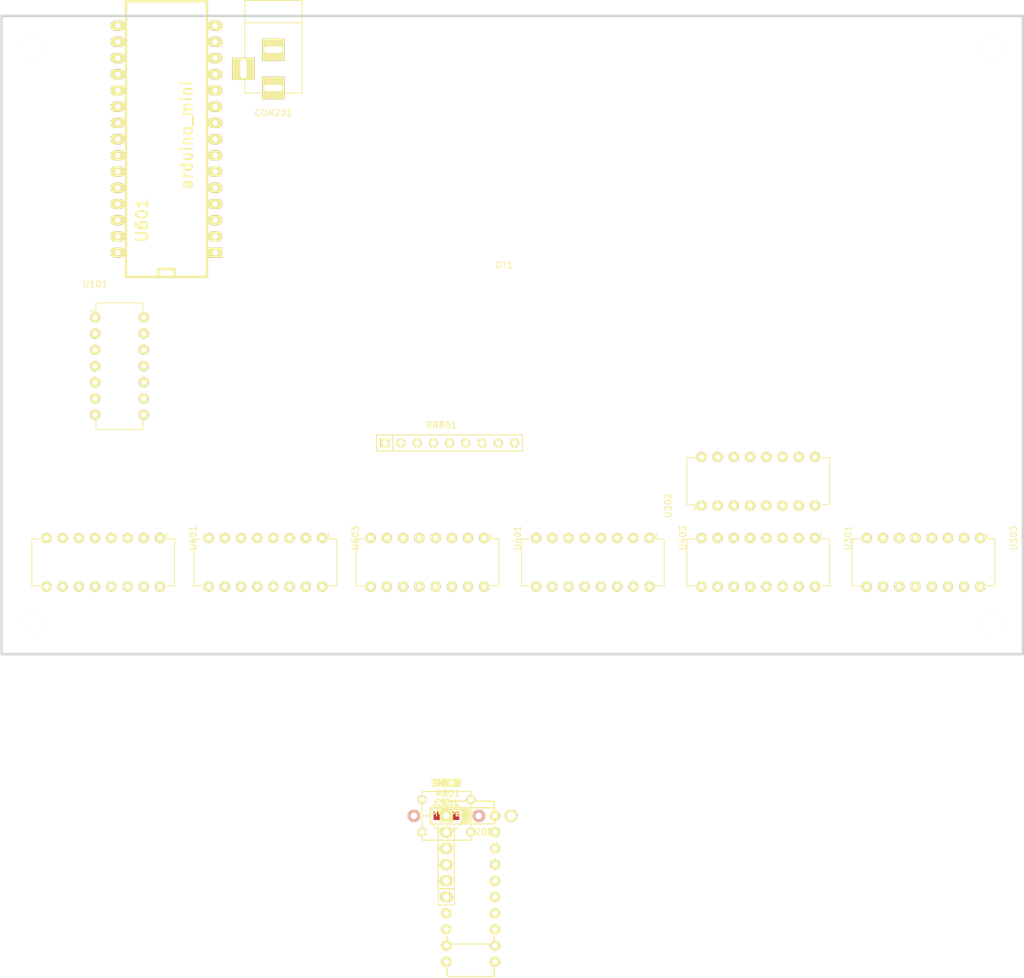
<source format=kicad_pcb>
(kicad_pcb (version 4) (host pcbnew 4.0.4-stable)

  (general
    (links 326)
    (no_connects 207)
    (area 0 0 0 0)
    (thickness 1.6)
    (drawings 0)
    (tracks 0)
    (zones 0)
    (modules 44)
    (nets 132)
  )

  (page A4)
  (layers
    (0 F.Cu signal)
    (31 B.Cu signal)
    (32 B.Adhes user)
    (33 F.Adhes user)
    (34 B.Paste user)
    (35 F.Paste user)
    (36 B.SilkS user)
    (37 F.SilkS user)
    (38 B.Mask user)
    (39 F.Mask user)
    (40 Dwgs.User user)
    (41 Cmts.User user)
    (42 Eco1.User user)
    (43 Eco2.User user)
    (44 Edge.Cuts user)
    (45 Margin user)
    (46 B.CrtYd user)
    (47 F.CrtYd user)
    (48 B.Fab user)
    (49 F.Fab user)
  )

  (setup
    (last_trace_width 0.25)
    (trace_clearance 0.2)
    (zone_clearance 0.508)
    (zone_45_only no)
    (trace_min 0.2)
    (segment_width 0.2)
    (edge_width 0.15)
    (via_size 0.6)
    (via_drill 0.4)
    (via_min_size 0.4)
    (via_min_drill 0.3)
    (uvia_size 0.3)
    (uvia_drill 0.1)
    (uvias_allowed no)
    (uvia_min_size 0.2)
    (uvia_min_drill 0.1)
    (pcb_text_width 0.3)
    (pcb_text_size 1.5 1.5)
    (mod_edge_width 0.15)
    (mod_text_size 1 1)
    (mod_text_width 0.15)
    (pad_size 1.524 1.524)
    (pad_drill 0.762)
    (pad_to_mask_clearance 0.2)
    (aux_axis_origin 0 0)
    (visible_elements FFFFFF7F)
    (pcbplotparams
      (layerselection 0x00030_80000001)
      (usegerberextensions false)
      (excludeedgelayer true)
      (linewidth 0.100000)
      (plotframeref false)
      (viasonmask false)
      (mode 1)
      (useauxorigin false)
      (hpglpennumber 1)
      (hpglpenspeed 20)
      (hpglpendiameter 15)
      (hpglpenoverlay 2)
      (psnegative false)
      (psa4output false)
      (plotreference true)
      (plotvalue true)
      (plotinvisibletext false)
      (padsonsilk false)
      (subtractmaskfromsilk false)
      (outputformat 1)
      (mirror false)
      (drillshape 1)
      (scaleselection 1)
      (outputdirectory ""))
  )

  (net 0 "")
  (net 1 "Net-(C301-Pad1)")
  (net 2 "Net-(C301-Pad2)")
  (net 3 "Net-(C401-Pad1)")
  (net 4 "Net-(C401-Pad2)")
  (net 5 "Net-(C501-Pad1)")
  (net 6 "Net-(C501-Pad2)")
  (net 7 +9V)
  (net 8 GND)
  (net 9 +5V)
  (net 10 "Net-(D201-Pad1)")
  (net 11 "Net-(D202-Pad1)")
  (net 12 "Net-(D203-Pad1)")
  (net 13 "Net-(D204-Pad1)")
  (net 14 VAA)
  (net 15 "Net-(P301-Pad3)")
  (net 16 "Net-(P301-Pad4)")
  (net 17 "Net-(P301-Pad5)")
  (net 18 "Net-(P301-Pad6)")
  (net 19 "Net-(P301-Pad7)")
  (net 20 "Net-(P301-Pad8)")
  (net 21 "Net-(P301-Pad9)")
  (net 22 "Net-(P302-Pad3)")
  (net 23 "Net-(P302-Pad4)")
  (net 24 "Net-(P302-Pad5)")
  (net 25 "Net-(P302-Pad6)")
  (net 26 "Net-(P302-Pad7)")
  (net 27 "Net-(P302-Pad8)")
  (net 28 "Net-(P302-Pad9)")
  (net 29 "Net-(P401-Pad3)")
  (net 30 "Net-(P401-Pad4)")
  (net 31 "Net-(P401-Pad5)")
  (net 32 "Net-(P401-Pad6)")
  (net 33 "Net-(P401-Pad7)")
  (net 34 "Net-(P401-Pad8)")
  (net 35 "Net-(P401-Pad9)")
  (net 36 "Net-(P402-Pad3)")
  (net 37 "Net-(P402-Pad4)")
  (net 38 "Net-(P402-Pad5)")
  (net 39 "Net-(P402-Pad6)")
  (net 40 "Net-(P402-Pad7)")
  (net 41 "Net-(P402-Pad8)")
  (net 42 "Net-(P402-Pad9)")
  (net 43 "Net-(P501-Pad3)")
  (net 44 "Net-(P501-Pad4)")
  (net 45 "Net-(P501-Pad5)")
  (net 46 "Net-(P501-Pad6)")
  (net 47 "Net-(P501-Pad7)")
  (net 48 "Net-(P501-Pad8)")
  (net 49 "Net-(P501-Pad9)")
  (net 50 "Net-(P502-Pad3)")
  (net 51 "Net-(P502-Pad4)")
  (net 52 "Net-(P502-Pad5)")
  (net 53 "Net-(P502-Pad6)")
  (net 54 "Net-(P502-Pad7)")
  (net 55 "Net-(P502-Pad8)")
  (net 56 "Net-(P502-Pad9)")
  (net 57 /Hours/CLK)
  (net 58 SCL)
  (net 59 SDA)
  (net 60 VDD)
  (net 61 VSS)
  (net 62 "Net-(RR301-Pad2)")
  (net 63 "Net-(RR301-Pad3)")
  (net 64 "Net-(RR301-Pad4)")
  (net 65 "Net-(RR301-Pad5)")
  (net 66 "Net-(RR301-Pad6)")
  (net 67 "Net-(RR301-Pad7)")
  (net 68 "Net-(RR301-Pad8)")
  (net 69 "Net-(RR301-Pad9)")
  (net 70 "Net-(RR401-Pad2)")
  (net 71 "Net-(RR401-Pad3)")
  (net 72 "Net-(RR401-Pad4)")
  (net 73 "Net-(RR401-Pad5)")
  (net 74 "Net-(RR401-Pad6)")
  (net 75 "Net-(RR401-Pad7)")
  (net 76 "Net-(RR401-Pad8)")
  (net 77 "Net-(RR401-Pad9)")
  (net 78 "Net-(SW601-Pad1)")
  (net 79 "Net-(SW602-Pad2)")
  (net 80 /Minutes/~ALARM_MATCH)
  (net 81 /Hours/~ALARM_MATCH)
  (net 82 /MCU/ALARM_IN)
  (net 83 "Net-(U301-Pad1)")
  (net 84 "Net-(U301-Pad2)")
  (net 85 "Net-(U301-Pad6)")
  (net 86 "Net-(U301-Pad7)")
  (net 87 VCC)
  (net 88 /Hours/LOAD_1s)
  (net 89 A4)
  (net 90 A1)
  (net 91 /Hours/CIN)
  (net 92 "Net-(U302-Pad7)")
  (net 93 /Hours/RST)
  (net 94 A2)
  (net 95 A3)
  (net 96 "Net-(U303-Pad1)")
  (net 97 "Net-(U303-Pad2)")
  (net 98 "Net-(U303-Pad6)")
  (net 99 "Net-(U303-Pad7)")
  (net 100 /Hours/LOAD_10s)
  (net 101 /Hours/COUT)
  (net 102 /Minutes/RST)
  (net 103 ~ALARM_EN)
  (net 104 "Net-(U401-Pad1)")
  (net 105 "Net-(U401-Pad2)")
  (net 106 "Net-(U401-Pad6)")
  (net 107 "Net-(U401-Pad7)")
  (net 108 /Minutes/LOAD_1s)
  (net 109 /Minutes/CIN)
  (net 110 "Net-(U402-Pad7)")
  (net 111 "Net-(U403-Pad1)")
  (net 112 "Net-(U403-Pad2)")
  (net 113 "Net-(U403-Pad6)")
  (net 114 "Net-(U403-Pad7)")
  (net 115 /Minutes/LOAD_10s)
  (net 116 "Net-(U501-Pad1)")
  (net 117 "Net-(U501-Pad2)")
  (net 118 "Net-(U501-Pad6)")
  (net 119 "Net-(U501-Pad7)")
  (net 120 /Seconds/LOAD_1s)
  (net 121 "Net-(U502-Pad7)")
  (net 122 /Seconds/RST)
  (net 123 "Net-(U503-Pad1)")
  (net 124 "Net-(U503-Pad2)")
  (net 125 "Net-(U503-Pad6)")
  (net 126 "Net-(U503-Pad7)")
  (net 127 /Seconds/LOAD_10s)
  (net 128 "Net-(U601-Pad26)")
  (net 129 "Net-(U601-Pad27)")
  (net 130 "Net-(U101-Pad13)")
  (net 131 "Net-(U101-Pad12)")

  (net_class Default "This is the default net class."
    (clearance 0.2)
    (trace_width 0.25)
    (via_dia 0.6)
    (via_drill 0.4)
    (uvia_dia 0.3)
    (uvia_drill 0.1)
    (add_net +5V)
    (add_net +9V)
    (add_net /Hours/CIN)
    (add_net /Hours/CLK)
    (add_net /Hours/COUT)
    (add_net /Hours/LOAD_10s)
    (add_net /Hours/LOAD_1s)
    (add_net /Hours/RST)
    (add_net /Hours/~ALARM_MATCH)
    (add_net /MCU/ALARM_IN)
    (add_net /Minutes/CIN)
    (add_net /Minutes/LOAD_10s)
    (add_net /Minutes/LOAD_1s)
    (add_net /Minutes/RST)
    (add_net /Minutes/~ALARM_MATCH)
    (add_net /Seconds/LOAD_10s)
    (add_net /Seconds/LOAD_1s)
    (add_net /Seconds/RST)
    (add_net A1)
    (add_net A2)
    (add_net A3)
    (add_net A4)
    (add_net GND)
    (add_net "Net-(C301-Pad1)")
    (add_net "Net-(C301-Pad2)")
    (add_net "Net-(C401-Pad1)")
    (add_net "Net-(C401-Pad2)")
    (add_net "Net-(C501-Pad1)")
    (add_net "Net-(C501-Pad2)")
    (add_net "Net-(D201-Pad1)")
    (add_net "Net-(D202-Pad1)")
    (add_net "Net-(D203-Pad1)")
    (add_net "Net-(D204-Pad1)")
    (add_net "Net-(P301-Pad3)")
    (add_net "Net-(P301-Pad4)")
    (add_net "Net-(P301-Pad5)")
    (add_net "Net-(P301-Pad6)")
    (add_net "Net-(P301-Pad7)")
    (add_net "Net-(P301-Pad8)")
    (add_net "Net-(P301-Pad9)")
    (add_net "Net-(P302-Pad3)")
    (add_net "Net-(P302-Pad4)")
    (add_net "Net-(P302-Pad5)")
    (add_net "Net-(P302-Pad6)")
    (add_net "Net-(P302-Pad7)")
    (add_net "Net-(P302-Pad8)")
    (add_net "Net-(P302-Pad9)")
    (add_net "Net-(P401-Pad3)")
    (add_net "Net-(P401-Pad4)")
    (add_net "Net-(P401-Pad5)")
    (add_net "Net-(P401-Pad6)")
    (add_net "Net-(P401-Pad7)")
    (add_net "Net-(P401-Pad8)")
    (add_net "Net-(P401-Pad9)")
    (add_net "Net-(P402-Pad3)")
    (add_net "Net-(P402-Pad4)")
    (add_net "Net-(P402-Pad5)")
    (add_net "Net-(P402-Pad6)")
    (add_net "Net-(P402-Pad7)")
    (add_net "Net-(P402-Pad8)")
    (add_net "Net-(P402-Pad9)")
    (add_net "Net-(P501-Pad3)")
    (add_net "Net-(P501-Pad4)")
    (add_net "Net-(P501-Pad5)")
    (add_net "Net-(P501-Pad6)")
    (add_net "Net-(P501-Pad7)")
    (add_net "Net-(P501-Pad8)")
    (add_net "Net-(P501-Pad9)")
    (add_net "Net-(P502-Pad3)")
    (add_net "Net-(P502-Pad4)")
    (add_net "Net-(P502-Pad5)")
    (add_net "Net-(P502-Pad6)")
    (add_net "Net-(P502-Pad7)")
    (add_net "Net-(P502-Pad8)")
    (add_net "Net-(P502-Pad9)")
    (add_net "Net-(RR301-Pad2)")
    (add_net "Net-(RR301-Pad3)")
    (add_net "Net-(RR301-Pad4)")
    (add_net "Net-(RR301-Pad5)")
    (add_net "Net-(RR301-Pad6)")
    (add_net "Net-(RR301-Pad7)")
    (add_net "Net-(RR301-Pad8)")
    (add_net "Net-(RR301-Pad9)")
    (add_net "Net-(RR401-Pad2)")
    (add_net "Net-(RR401-Pad3)")
    (add_net "Net-(RR401-Pad4)")
    (add_net "Net-(RR401-Pad5)")
    (add_net "Net-(RR401-Pad6)")
    (add_net "Net-(RR401-Pad7)")
    (add_net "Net-(RR401-Pad8)")
    (add_net "Net-(RR401-Pad9)")
    (add_net "Net-(SW601-Pad1)")
    (add_net "Net-(SW602-Pad2)")
    (add_net "Net-(U101-Pad12)")
    (add_net "Net-(U101-Pad13)")
    (add_net "Net-(U301-Pad1)")
    (add_net "Net-(U301-Pad2)")
    (add_net "Net-(U301-Pad6)")
    (add_net "Net-(U301-Pad7)")
    (add_net "Net-(U302-Pad7)")
    (add_net "Net-(U303-Pad1)")
    (add_net "Net-(U303-Pad2)")
    (add_net "Net-(U303-Pad6)")
    (add_net "Net-(U303-Pad7)")
    (add_net "Net-(U401-Pad1)")
    (add_net "Net-(U401-Pad2)")
    (add_net "Net-(U401-Pad6)")
    (add_net "Net-(U401-Pad7)")
    (add_net "Net-(U402-Pad7)")
    (add_net "Net-(U403-Pad1)")
    (add_net "Net-(U403-Pad2)")
    (add_net "Net-(U403-Pad6)")
    (add_net "Net-(U403-Pad7)")
    (add_net "Net-(U501-Pad1)")
    (add_net "Net-(U501-Pad2)")
    (add_net "Net-(U501-Pad6)")
    (add_net "Net-(U501-Pad7)")
    (add_net "Net-(U502-Pad7)")
    (add_net "Net-(U503-Pad1)")
    (add_net "Net-(U503-Pad2)")
    (add_net "Net-(U503-Pad6)")
    (add_net "Net-(U503-Pad7)")
    (add_net "Net-(U601-Pad26)")
    (add_net "Net-(U601-Pad27)")
    (add_net SCL)
    (add_net SDA)
    (add_net VAA)
    (add_net VCC)
    (add_net VDD)
    (add_net VSS)
    (add_net ~ALARM_EN)
  )

  (module Capacitors_SMD:C_0805_HandSoldering (layer F.Cu) (tedit 541A9B8D) (tstamp 5819A03B)
    (at 147.9931 163.4236)
    (descr "Capacitor SMD 0805, hand soldering")
    (tags "capacitor 0805")
    (path /58184686/581A4ABC)
    (attr smd)
    (fp_text reference C301 (at 0 -2.1) (layer F.SilkS)
      (effects (font (size 1 1) (thickness 0.15)))
    )
    (fp_text value 100n (at 0 2.1) (layer F.Fab)
      (effects (font (size 1 1) (thickness 0.15)))
    )
    (fp_line (start -2.3 -1) (end 2.3 -1) (layer F.CrtYd) (width 0.05))
    (fp_line (start -2.3 1) (end 2.3 1) (layer F.CrtYd) (width 0.05))
    (fp_line (start -2.3 -1) (end -2.3 1) (layer F.CrtYd) (width 0.05))
    (fp_line (start 2.3 -1) (end 2.3 1) (layer F.CrtYd) (width 0.05))
    (fp_line (start 0.5 -0.85) (end -0.5 -0.85) (layer F.SilkS) (width 0.15))
    (fp_line (start -0.5 0.85) (end 0.5 0.85) (layer F.SilkS) (width 0.15))
    (pad 1 smd rect (at -1.25 0) (size 1.5 1.25) (layers F.Cu F.Paste F.Mask)
      (net 1 "Net-(C301-Pad1)"))
    (pad 2 smd rect (at 1.25 0) (size 1.5 1.25) (layers F.Cu F.Paste F.Mask)
      (net 2 "Net-(C301-Pad2)"))
    (model Capacitors_SMD.3dshapes/C_0805_HandSoldering.wrl
      (at (xyz 0 0 0))
      (scale (xyz 1 1 1))
      (rotate (xyz 0 0 0))
    )
  )

  (module Capacitors_SMD:C_0805_HandSoldering (layer F.Cu) (tedit 541A9B8D) (tstamp 5819A041)
    (at 147.9931 163.4236)
    (descr "Capacitor SMD 0805, hand soldering")
    (tags "capacitor 0805")
    (path /581848EA/581A4ABD)
    (attr smd)
    (fp_text reference C401 (at 0 -2.1) (layer F.SilkS)
      (effects (font (size 1 1) (thickness 0.15)))
    )
    (fp_text value 100n (at 0 2.1) (layer F.Fab)
      (effects (font (size 1 1) (thickness 0.15)))
    )
    (fp_line (start -2.3 -1) (end 2.3 -1) (layer F.CrtYd) (width 0.05))
    (fp_line (start -2.3 1) (end 2.3 1) (layer F.CrtYd) (width 0.05))
    (fp_line (start -2.3 -1) (end -2.3 1) (layer F.CrtYd) (width 0.05))
    (fp_line (start 2.3 -1) (end 2.3 1) (layer F.CrtYd) (width 0.05))
    (fp_line (start 0.5 -0.85) (end -0.5 -0.85) (layer F.SilkS) (width 0.15))
    (fp_line (start -0.5 0.85) (end 0.5 0.85) (layer F.SilkS) (width 0.15))
    (pad 1 smd rect (at -1.25 0) (size 1.5 1.25) (layers F.Cu F.Paste F.Mask)
      (net 3 "Net-(C401-Pad1)"))
    (pad 2 smd rect (at 1.25 0) (size 1.5 1.25) (layers F.Cu F.Paste F.Mask)
      (net 4 "Net-(C401-Pad2)"))
    (model Capacitors_SMD.3dshapes/C_0805_HandSoldering.wrl
      (at (xyz 0 0 0))
      (scale (xyz 1 1 1))
      (rotate (xyz 0 0 0))
    )
  )

  (module Capacitors_SMD:C_0805_HandSoldering (layer F.Cu) (tedit 541A9B8D) (tstamp 5819A047)
    (at 147.9931 163.4236)
    (descr "Capacitor SMD 0805, hand soldering")
    (tags "capacitor 0805")
    (path /581849C6/5817BD7D)
    (attr smd)
    (fp_text reference C501 (at 0 -2.1) (layer F.SilkS)
      (effects (font (size 1 1) (thickness 0.15)))
    )
    (fp_text value 100n (at 0 2.1) (layer F.Fab)
      (effects (font (size 1 1) (thickness 0.15)))
    )
    (fp_line (start -2.3 -1) (end 2.3 -1) (layer F.CrtYd) (width 0.05))
    (fp_line (start -2.3 1) (end 2.3 1) (layer F.CrtYd) (width 0.05))
    (fp_line (start -2.3 -1) (end -2.3 1) (layer F.CrtYd) (width 0.05))
    (fp_line (start 2.3 -1) (end 2.3 1) (layer F.CrtYd) (width 0.05))
    (fp_line (start 0.5 -0.85) (end -0.5 -0.85) (layer F.SilkS) (width 0.15))
    (fp_line (start -0.5 0.85) (end 0.5 0.85) (layer F.SilkS) (width 0.15))
    (pad 1 smd rect (at -1.25 0) (size 1.5 1.25) (layers F.Cu F.Paste F.Mask)
      (net 5 "Net-(C501-Pad1)"))
    (pad 2 smd rect (at 1.25 0) (size 1.5 1.25) (layers F.Cu F.Paste F.Mask)
      (net 6 "Net-(C501-Pad2)"))
    (model Capacitors_SMD.3dshapes/C_0805_HandSoldering.wrl
      (at (xyz 0 0 0))
      (scale (xyz 1 1 1))
      (rotate (xyz 0 0 0))
    )
  )

  (module Connect:BARREL_JACK (layer F.Cu) (tedit 0) (tstamp 5819A04E)
    (at 120.904 43.18 270)
    (descr "DC Barrel Jack")
    (tags "Power Jack")
    (path /5816059E/5818F99A)
    (fp_text reference CON201 (at 10.09904 0 360) (layer F.SilkS)
      (effects (font (size 1 1) (thickness 0.15)))
    )
    (fp_text value BARREL_JACK (at 0 -5.99948 270) (layer F.Fab)
      (effects (font (size 1 1) (thickness 0.15)))
    )
    (fp_line (start -4.0005 -4.50088) (end -4.0005 4.50088) (layer F.SilkS) (width 0.15))
    (fp_line (start -7.50062 -4.50088) (end -7.50062 4.50088) (layer F.SilkS) (width 0.15))
    (fp_line (start -7.50062 4.50088) (end 7.00024 4.50088) (layer F.SilkS) (width 0.15))
    (fp_line (start 7.00024 4.50088) (end 7.00024 -4.50088) (layer F.SilkS) (width 0.15))
    (fp_line (start 7.00024 -4.50088) (end -7.50062 -4.50088) (layer F.SilkS) (width 0.15))
    (pad 1 thru_hole rect (at 6.20014 0 270) (size 3.50012 3.50012) (drill oval 1.00076 2.99974) (layers *.Cu *.Mask F.SilkS)
      (net 7 +9V))
    (pad 2 thru_hole rect (at 0.20066 0 270) (size 3.50012 3.50012) (drill oval 1.00076 2.99974) (layers *.Cu *.Mask F.SilkS)
      (net 8 GND))
    (pad 3 thru_hole rect (at 3.2004 4.699 270) (size 3.50012 3.50012) (drill oval 2.99974 1.00076) (layers *.Cu *.Mask F.SilkS)
      (net 8 GND))
  )

  (module Diodes_ThroughHole:Diode_DO-41_SOD81_Horizontal_RM10 (layer F.Cu) (tedit 552FFCCE) (tstamp 5819A054)
    (at 147.9931 163.4236)
    (descr "Diode, DO-41, SOD81, Horizontal, RM 10mm,")
    (tags "Diode, DO-41, SOD81, Horizontal, RM 10mm, 1N4007, SB140,")
    (path /5816059E/5818FA7F)
    (fp_text reference D201 (at 5.38734 2.53746) (layer F.SilkS)
      (effects (font (size 1 1) (thickness 0.15)))
    )
    (fp_text value D (at 4.37134 -3.55854) (layer F.Fab)
      (effects (font (size 1 1) (thickness 0.15)))
    )
    (fp_line (start 7.62 -0.00254) (end 8.636 -0.00254) (layer F.SilkS) (width 0.15))
    (fp_line (start 2.794 -0.00254) (end 1.524 -0.00254) (layer F.SilkS) (width 0.15))
    (fp_line (start 3.048 -1.27254) (end 3.048 1.26746) (layer F.SilkS) (width 0.15))
    (fp_line (start 3.302 -1.27254) (end 3.302 1.26746) (layer F.SilkS) (width 0.15))
    (fp_line (start 3.556 -1.27254) (end 3.556 1.26746) (layer F.SilkS) (width 0.15))
    (fp_line (start 2.794 -1.27254) (end 2.794 1.26746) (layer F.SilkS) (width 0.15))
    (fp_line (start 3.81 -1.27254) (end 2.54 1.26746) (layer F.SilkS) (width 0.15))
    (fp_line (start 2.54 -1.27254) (end 3.81 1.26746) (layer F.SilkS) (width 0.15))
    (fp_line (start 3.81 -1.27254) (end 3.81 1.26746) (layer F.SilkS) (width 0.15))
    (fp_line (start 3.175 -1.27254) (end 3.175 1.26746) (layer F.SilkS) (width 0.15))
    (fp_line (start 2.54 1.26746) (end 2.54 -1.27254) (layer F.SilkS) (width 0.15))
    (fp_line (start 2.54 -1.27254) (end 7.62 -1.27254) (layer F.SilkS) (width 0.15))
    (fp_line (start 7.62 -1.27254) (end 7.62 1.26746) (layer F.SilkS) (width 0.15))
    (fp_line (start 7.62 1.26746) (end 2.54 1.26746) (layer F.SilkS) (width 0.15))
    (pad 2 thru_hole circle (at 10.16 -0.00254 180) (size 1.99898 1.99898) (drill 1.27) (layers *.Cu *.Mask F.SilkS)
      (net 9 +5V))
    (pad 1 thru_hole rect (at 0 -0.00254 180) (size 1.99898 1.99898) (drill 1.00076) (layers *.Cu *.Mask F.SilkS)
      (net 10 "Net-(D201-Pad1)"))
  )

  (module Diodes_ThroughHole:Diode_DO-41_SOD81_Horizontal_RM10 (layer F.Cu) (tedit 552FFCCE) (tstamp 5819A05A)
    (at 147.9931 163.4236)
    (descr "Diode, DO-41, SOD81, Horizontal, RM 10mm,")
    (tags "Diode, DO-41, SOD81, Horizontal, RM 10mm, 1N4007, SB140,")
    (path /5816059E/5818FB1A)
    (fp_text reference D202 (at 5.38734 2.53746) (layer F.SilkS)
      (effects (font (size 1 1) (thickness 0.15)))
    )
    (fp_text value D (at 4.37134 -3.55854) (layer F.Fab)
      (effects (font (size 1 1) (thickness 0.15)))
    )
    (fp_line (start 7.62 -0.00254) (end 8.636 -0.00254) (layer F.SilkS) (width 0.15))
    (fp_line (start 2.794 -0.00254) (end 1.524 -0.00254) (layer F.SilkS) (width 0.15))
    (fp_line (start 3.048 -1.27254) (end 3.048 1.26746) (layer F.SilkS) (width 0.15))
    (fp_line (start 3.302 -1.27254) (end 3.302 1.26746) (layer F.SilkS) (width 0.15))
    (fp_line (start 3.556 -1.27254) (end 3.556 1.26746) (layer F.SilkS) (width 0.15))
    (fp_line (start 2.794 -1.27254) (end 2.794 1.26746) (layer F.SilkS) (width 0.15))
    (fp_line (start 3.81 -1.27254) (end 2.54 1.26746) (layer F.SilkS) (width 0.15))
    (fp_line (start 2.54 -1.27254) (end 3.81 1.26746) (layer F.SilkS) (width 0.15))
    (fp_line (start 3.81 -1.27254) (end 3.81 1.26746) (layer F.SilkS) (width 0.15))
    (fp_line (start 3.175 -1.27254) (end 3.175 1.26746) (layer F.SilkS) (width 0.15))
    (fp_line (start 2.54 1.26746) (end 2.54 -1.27254) (layer F.SilkS) (width 0.15))
    (fp_line (start 2.54 -1.27254) (end 7.62 -1.27254) (layer F.SilkS) (width 0.15))
    (fp_line (start 7.62 -1.27254) (end 7.62 1.26746) (layer F.SilkS) (width 0.15))
    (fp_line (start 7.62 1.26746) (end 2.54 1.26746) (layer F.SilkS) (width 0.15))
    (pad 2 thru_hole circle (at 10.16 -0.00254 180) (size 1.99898 1.99898) (drill 1.27) (layers *.Cu *.Mask F.SilkS)
      (net 10 "Net-(D201-Pad1)"))
    (pad 1 thru_hole rect (at 0 -0.00254 180) (size 1.99898 1.99898) (drill 1.00076) (layers *.Cu *.Mask F.SilkS)
      (net 11 "Net-(D202-Pad1)"))
  )

  (module Diodes_ThroughHole:Diode_DO-41_SOD81_Horizontal_RM10 (layer F.Cu) (tedit 552FFCCE) (tstamp 5819A060)
    (at 147.9931 163.4236)
    (descr "Diode, DO-41, SOD81, Horizontal, RM 10mm,")
    (tags "Diode, DO-41, SOD81, Horizontal, RM 10mm, 1N4007, SB140,")
    (path /5816059E/5818FBD4)
    (fp_text reference D203 (at 5.38734 2.53746) (layer F.SilkS)
      (effects (font (size 1 1) (thickness 0.15)))
    )
    (fp_text value D (at 4.37134 -3.55854) (layer F.Fab)
      (effects (font (size 1 1) (thickness 0.15)))
    )
    (fp_line (start 7.62 -0.00254) (end 8.636 -0.00254) (layer F.SilkS) (width 0.15))
    (fp_line (start 2.794 -0.00254) (end 1.524 -0.00254) (layer F.SilkS) (width 0.15))
    (fp_line (start 3.048 -1.27254) (end 3.048 1.26746) (layer F.SilkS) (width 0.15))
    (fp_line (start 3.302 -1.27254) (end 3.302 1.26746) (layer F.SilkS) (width 0.15))
    (fp_line (start 3.556 -1.27254) (end 3.556 1.26746) (layer F.SilkS) (width 0.15))
    (fp_line (start 2.794 -1.27254) (end 2.794 1.26746) (layer F.SilkS) (width 0.15))
    (fp_line (start 3.81 -1.27254) (end 2.54 1.26746) (layer F.SilkS) (width 0.15))
    (fp_line (start 2.54 -1.27254) (end 3.81 1.26746) (layer F.SilkS) (width 0.15))
    (fp_line (start 3.81 -1.27254) (end 3.81 1.26746) (layer F.SilkS) (width 0.15))
    (fp_line (start 3.175 -1.27254) (end 3.175 1.26746) (layer F.SilkS) (width 0.15))
    (fp_line (start 2.54 1.26746) (end 2.54 -1.27254) (layer F.SilkS) (width 0.15))
    (fp_line (start 2.54 -1.27254) (end 7.62 -1.27254) (layer F.SilkS) (width 0.15))
    (fp_line (start 7.62 -1.27254) (end 7.62 1.26746) (layer F.SilkS) (width 0.15))
    (fp_line (start 7.62 1.26746) (end 2.54 1.26746) (layer F.SilkS) (width 0.15))
    (pad 2 thru_hole circle (at 10.16 -0.00254 180) (size 1.99898 1.99898) (drill 1.27) (layers *.Cu *.Mask F.SilkS)
      (net 11 "Net-(D202-Pad1)"))
    (pad 1 thru_hole rect (at 0 -0.00254 180) (size 1.99898 1.99898) (drill 1.00076) (layers *.Cu *.Mask F.SilkS)
      (net 12 "Net-(D203-Pad1)"))
  )

  (module Diodes_ThroughHole:Diode_DO-41_SOD81_Horizontal_RM10 (layer F.Cu) (tedit 552FFCCE) (tstamp 5819A066)
    (at 147.9931 163.4236)
    (descr "Diode, DO-41, SOD81, Horizontal, RM 10mm,")
    (tags "Diode, DO-41, SOD81, Horizontal, RM 10mm, 1N4007, SB140,")
    (path /5816059E/5818FBDB)
    (fp_text reference D204 (at 5.38734 2.53746) (layer F.SilkS)
      (effects (font (size 1 1) (thickness 0.15)))
    )
    (fp_text value D (at 4.37134 -3.55854) (layer F.Fab)
      (effects (font (size 1 1) (thickness 0.15)))
    )
    (fp_line (start 7.62 -0.00254) (end 8.636 -0.00254) (layer F.SilkS) (width 0.15))
    (fp_line (start 2.794 -0.00254) (end 1.524 -0.00254) (layer F.SilkS) (width 0.15))
    (fp_line (start 3.048 -1.27254) (end 3.048 1.26746) (layer F.SilkS) (width 0.15))
    (fp_line (start 3.302 -1.27254) (end 3.302 1.26746) (layer F.SilkS) (width 0.15))
    (fp_line (start 3.556 -1.27254) (end 3.556 1.26746) (layer F.SilkS) (width 0.15))
    (fp_line (start 2.794 -1.27254) (end 2.794 1.26746) (layer F.SilkS) (width 0.15))
    (fp_line (start 3.81 -1.27254) (end 2.54 1.26746) (layer F.SilkS) (width 0.15))
    (fp_line (start 2.54 -1.27254) (end 3.81 1.26746) (layer F.SilkS) (width 0.15))
    (fp_line (start 3.81 -1.27254) (end 3.81 1.26746) (layer F.SilkS) (width 0.15))
    (fp_line (start 3.175 -1.27254) (end 3.175 1.26746) (layer F.SilkS) (width 0.15))
    (fp_line (start 2.54 1.26746) (end 2.54 -1.27254) (layer F.SilkS) (width 0.15))
    (fp_line (start 2.54 -1.27254) (end 7.62 -1.27254) (layer F.SilkS) (width 0.15))
    (fp_line (start 7.62 -1.27254) (end 7.62 1.26746) (layer F.SilkS) (width 0.15))
    (fp_line (start 7.62 1.26746) (end 2.54 1.26746) (layer F.SilkS) (width 0.15))
    (pad 2 thru_hole circle (at 10.16 -0.00254 180) (size 1.99898 1.99898) (drill 1.27) (layers *.Cu *.Mask F.SilkS)
      (net 12 "Net-(D203-Pad1)"))
    (pad 1 thru_hole rect (at 0 -0.00254 180) (size 1.99898 1.99898) (drill 1.00076) (layers *.Cu *.Mask F.SilkS)
      (net 13 "Net-(D204-Pad1)"))
  )

  (module Pin_Headers:Pin_Header_Straight_1x05 (layer F.Cu) (tedit 54EA0684) (tstamp 5819A073)
    (at 147.9931 163.4236)
    (descr "Through hole pin header")
    (tags "pin header")
    (path /5816059E/5818FBFD)
    (fp_text reference P201 (at 0 -5.1) (layer F.SilkS)
      (effects (font (size 1 1) (thickness 0.15)))
    )
    (fp_text value CONN_01X05 (at 0 -3.1) (layer F.Fab)
      (effects (font (size 1 1) (thickness 0.15)))
    )
    (fp_line (start -1.55 0) (end -1.55 -1.55) (layer F.SilkS) (width 0.15))
    (fp_line (start -1.55 -1.55) (end 1.55 -1.55) (layer F.SilkS) (width 0.15))
    (fp_line (start 1.55 -1.55) (end 1.55 0) (layer F.SilkS) (width 0.15))
    (fp_line (start -1.75 -1.75) (end -1.75 11.95) (layer F.CrtYd) (width 0.05))
    (fp_line (start 1.75 -1.75) (end 1.75 11.95) (layer F.CrtYd) (width 0.05))
    (fp_line (start -1.75 -1.75) (end 1.75 -1.75) (layer F.CrtYd) (width 0.05))
    (fp_line (start -1.75 11.95) (end 1.75 11.95) (layer F.CrtYd) (width 0.05))
    (fp_line (start 1.27 1.27) (end 1.27 11.43) (layer F.SilkS) (width 0.15))
    (fp_line (start 1.27 11.43) (end -1.27 11.43) (layer F.SilkS) (width 0.15))
    (fp_line (start -1.27 11.43) (end -1.27 1.27) (layer F.SilkS) (width 0.15))
    (fp_line (start 1.27 1.27) (end -1.27 1.27) (layer F.SilkS) (width 0.15))
    (pad 1 thru_hole rect (at 0 0) (size 2.032 1.7272) (drill 1.016) (layers *.Cu *.Mask F.SilkS)
      (net 14 VAA))
    (pad 2 thru_hole oval (at 0 2.54) (size 2.032 1.7272) (drill 1.016) (layers *.Cu *.Mask F.SilkS)
      (net 10 "Net-(D201-Pad1)"))
    (pad 3 thru_hole oval (at 0 5.08) (size 2.032 1.7272) (drill 1.016) (layers *.Cu *.Mask F.SilkS)
      (net 11 "Net-(D202-Pad1)"))
    (pad 4 thru_hole oval (at 0 7.62) (size 2.032 1.7272) (drill 1.016) (layers *.Cu *.Mask F.SilkS)
      (net 12 "Net-(D203-Pad1)"))
    (pad 5 thru_hole oval (at 0 10.16) (size 2.032 1.7272) (drill 1.016) (layers *.Cu *.Mask F.SilkS)
      (net 13 "Net-(D204-Pad1)"))
    (model Pin_Headers.3dshapes/Pin_Header_Straight_1x05.wrl
      (at (xyz 0 -0.2 0))
      (scale (xyz 1 1 1))
      (rotate (xyz 0 0 90))
    )
  )

  (module Pin_Headers:Pin_Header_Straight_1x06 (layer F.Cu) (tedit 0) (tstamp 5819A107)
    (at 147.9931 163.4236)
    (descr "Through hole pin header")
    (tags "pin header")
    (path /581AA08D/58198085)
    (fp_text reference P701 (at 0 -5.1) (layer F.SilkS)
      (effects (font (size 1 1) (thickness 0.15)))
    )
    (fp_text value CONN_01X06 (at 0 -3.1) (layer F.Fab)
      (effects (font (size 1 1) (thickness 0.15)))
    )
    (fp_line (start -1.75 -1.75) (end -1.75 14.45) (layer F.CrtYd) (width 0.05))
    (fp_line (start 1.75 -1.75) (end 1.75 14.45) (layer F.CrtYd) (width 0.05))
    (fp_line (start -1.75 -1.75) (end 1.75 -1.75) (layer F.CrtYd) (width 0.05))
    (fp_line (start -1.75 14.45) (end 1.75 14.45) (layer F.CrtYd) (width 0.05))
    (fp_line (start 1.27 1.27) (end 1.27 13.97) (layer F.SilkS) (width 0.15))
    (fp_line (start 1.27 13.97) (end -1.27 13.97) (layer F.SilkS) (width 0.15))
    (fp_line (start -1.27 13.97) (end -1.27 1.27) (layer F.SilkS) (width 0.15))
    (fp_line (start 1.55 -1.55) (end 1.55 0) (layer F.SilkS) (width 0.15))
    (fp_line (start 1.27 1.27) (end -1.27 1.27) (layer F.SilkS) (width 0.15))
    (fp_line (start -1.55 0) (end -1.55 -1.55) (layer F.SilkS) (width 0.15))
    (fp_line (start -1.55 -1.55) (end 1.55 -1.55) (layer F.SilkS) (width 0.15))
    (pad 1 thru_hole rect (at 0 0) (size 2.032 1.7272) (drill 1.016) (layers *.Cu *.Mask F.SilkS))
    (pad 2 thru_hole oval (at 0 2.54) (size 2.032 1.7272) (drill 1.016) (layers *.Cu *.Mask F.SilkS)
      (net 57 /Hours/CLK))
    (pad 3 thru_hole oval (at 0 5.08) (size 2.032 1.7272) (drill 1.016) (layers *.Cu *.Mask F.SilkS)
      (net 58 SCL))
    (pad 4 thru_hole oval (at 0 7.62) (size 2.032 1.7272) (drill 1.016) (layers *.Cu *.Mask F.SilkS)
      (net 59 SDA))
    (pad 5 thru_hole oval (at 0 10.16) (size 2.032 1.7272) (drill 1.016) (layers *.Cu *.Mask F.SilkS)
      (net 60 VDD))
    (pad 6 thru_hole oval (at 0 12.7) (size 2.032 1.7272) (drill 1.016) (layers *.Cu *.Mask F.SilkS)
      (net 61 VSS))
    (model Pin_Headers.3dshapes/Pin_Header_Straight_1x06.wrl
      (at (xyz 0 -0.25 0))
      (scale (xyz 1 1 1))
      (rotate (xyz 0 0 90))
    )
  )

  (module Resistors_ThroughHole:Resistor_Horizontal_RM10mm (layer F.Cu) (tedit 53F56209) (tstamp 5819A10D)
    (at 147.9931 163.4236)
    (descr "Resistor, Axial,  RM 10mm, 1/3W,")
    (tags "Resistor, Axial, RM 10mm, 1/3W,")
    (path /58184686/581A4AC1)
    (fp_text reference R301 (at 0.24892 -3.50012) (layer F.SilkS)
      (effects (font (size 1 1) (thickness 0.15)))
    )
    (fp_text value 10k (at 3.81 3.81) (layer F.Fab)
      (effects (font (size 1 1) (thickness 0.15)))
    )
    (fp_line (start -2.54 -1.27) (end 2.54 -1.27) (layer F.SilkS) (width 0.15))
    (fp_line (start 2.54 -1.27) (end 2.54 1.27) (layer F.SilkS) (width 0.15))
    (fp_line (start 2.54 1.27) (end -2.54 1.27) (layer F.SilkS) (width 0.15))
    (fp_line (start -2.54 1.27) (end -2.54 -1.27) (layer F.SilkS) (width 0.15))
    (fp_line (start -2.54 0) (end -3.81 0) (layer F.SilkS) (width 0.15))
    (fp_line (start 2.54 0) (end 3.81 0) (layer F.SilkS) (width 0.15))
    (pad 1 thru_hole circle (at -5.08 0) (size 1.99898 1.99898) (drill 1.00076) (layers *.Cu *.SilkS *.Mask)
      (net 9 +5V))
    (pad 2 thru_hole circle (at 5.08 0) (size 1.99898 1.99898) (drill 1.00076) (layers *.Cu *.SilkS *.Mask)
      (net 1 "Net-(C301-Pad1)"))
    (model Resistors_ThroughHole.3dshapes/Resistor_Horizontal_RM10mm.wrl
      (at (xyz 0 0 0))
      (scale (xyz 0.4 0.4 0.4))
      (rotate (xyz 0 0 0))
    )
  )

  (module Resistors_ThroughHole:Resistor_Horizontal_RM10mm (layer F.Cu) (tedit 53F56209) (tstamp 5819A113)
    (at 147.9931 163.4236)
    (descr "Resistor, Axial,  RM 10mm, 1/3W,")
    (tags "Resistor, Axial, RM 10mm, 1/3W,")
    (path /581848EA/581A4AC0)
    (fp_text reference R401 (at 0.24892 -3.50012) (layer F.SilkS)
      (effects (font (size 1 1) (thickness 0.15)))
    )
    (fp_text value 10k (at 3.81 3.81) (layer F.Fab)
      (effects (font (size 1 1) (thickness 0.15)))
    )
    (fp_line (start -2.54 -1.27) (end 2.54 -1.27) (layer F.SilkS) (width 0.15))
    (fp_line (start 2.54 -1.27) (end 2.54 1.27) (layer F.SilkS) (width 0.15))
    (fp_line (start 2.54 1.27) (end -2.54 1.27) (layer F.SilkS) (width 0.15))
    (fp_line (start -2.54 1.27) (end -2.54 -1.27) (layer F.SilkS) (width 0.15))
    (fp_line (start -2.54 0) (end -3.81 0) (layer F.SilkS) (width 0.15))
    (fp_line (start 2.54 0) (end 3.81 0) (layer F.SilkS) (width 0.15))
    (pad 1 thru_hole circle (at -5.08 0) (size 1.99898 1.99898) (drill 1.00076) (layers *.Cu *.SilkS *.Mask)
      (net 9 +5V))
    (pad 2 thru_hole circle (at 5.08 0) (size 1.99898 1.99898) (drill 1.00076) (layers *.Cu *.SilkS *.Mask)
      (net 3 "Net-(C401-Pad1)"))
    (model Resistors_ThroughHole.3dshapes/Resistor_Horizontal_RM10mm.wrl
      (at (xyz 0 0 0))
      (scale (xyz 0.4 0.4 0.4))
      (rotate (xyz 0 0 0))
    )
  )

  (module Resistors_ThroughHole:Resistor_Horizontal_RM10mm (layer F.Cu) (tedit 53F56209) (tstamp 5819A119)
    (at 147.9931 163.4236)
    (descr "Resistor, Axial,  RM 10mm, 1/3W,")
    (tags "Resistor, Axial, RM 10mm, 1/3W,")
    (path /581849C6/5817C099)
    (fp_text reference R501 (at 0.24892 -3.50012) (layer F.SilkS)
      (effects (font (size 1 1) (thickness 0.15)))
    )
    (fp_text value 10k (at 3.81 3.81) (layer F.Fab)
      (effects (font (size 1 1) (thickness 0.15)))
    )
    (fp_line (start -2.54 -1.27) (end 2.54 -1.27) (layer F.SilkS) (width 0.15))
    (fp_line (start 2.54 -1.27) (end 2.54 1.27) (layer F.SilkS) (width 0.15))
    (fp_line (start 2.54 1.27) (end -2.54 1.27) (layer F.SilkS) (width 0.15))
    (fp_line (start -2.54 1.27) (end -2.54 -1.27) (layer F.SilkS) (width 0.15))
    (fp_line (start -2.54 0) (end -3.81 0) (layer F.SilkS) (width 0.15))
    (fp_line (start 2.54 0) (end 3.81 0) (layer F.SilkS) (width 0.15))
    (pad 1 thru_hole circle (at -5.08 0) (size 1.99898 1.99898) (drill 1.00076) (layers *.Cu *.SilkS *.Mask)
      (net 9 +5V))
    (pad 2 thru_hole circle (at 5.08 0) (size 1.99898 1.99898) (drill 1.00076) (layers *.Cu *.SilkS *.Mask)
      (net 5 "Net-(C501-Pad1)"))
    (model Resistors_ThroughHole.3dshapes/Resistor_Horizontal_RM10mm.wrl
      (at (xyz 0 0 0))
      (scale (xyz 0.4 0.4 0.4))
      (rotate (xyz 0 0 0))
    )
  )

  (module Resistors_ThroughHole:Resistor_Array_SIP8 (layer F.Cu) (tedit 0) (tstamp 5819A126)
    (at 148.5011 105.0036)
    (descr "8 R pack")
    (tags R)
    (path /58184686/581A4AC8)
    (fp_text reference RR301 (at -1.27 -2.794) (layer F.SilkS)
      (effects (font (size 1 1) (thickness 0.15)))
    )
    (fp_text value RR8 (at 0 2.032) (layer F.Fab)
      (effects (font (size 1 1) (thickness 0.15)))
    )
    (fp_line (start 11.43 -1.27) (end 11.43 1.27) (layer F.SilkS) (width 0.15))
    (fp_line (start 11.43 1.27) (end -11.43 1.27) (layer F.SilkS) (width 0.15))
    (fp_line (start -11.43 1.27) (end -11.43 -1.27) (layer F.SilkS) (width 0.15))
    (fp_line (start 11.43 -1.27) (end -11.43 -1.27) (layer F.SilkS) (width 0.15))
    (fp_line (start -8.89 -1.27) (end -8.89 1.27) (layer F.SilkS) (width 0.15))
    (pad 1 thru_hole rect (at -10.16 0) (size 1.397 1.397) (drill 0.8128) (layers *.Cu *.Mask F.SilkS)
      (net 8 GND))
    (pad 2 thru_hole circle (at -7.62 0) (size 1.397 1.397) (drill 0.8128) (layers *.Cu *.Mask F.SilkS)
      (net 62 "Net-(RR301-Pad2)"))
    (pad 3 thru_hole circle (at -5.08 0) (size 1.397 1.397) (drill 0.8128) (layers *.Cu *.Mask F.SilkS)
      (net 63 "Net-(RR301-Pad3)"))
    (pad 4 thru_hole circle (at -2.54 0) (size 1.397 1.397) (drill 0.8128) (layers *.Cu *.Mask F.SilkS)
      (net 64 "Net-(RR301-Pad4)"))
    (pad 5 thru_hole circle (at 0 0) (size 1.397 1.397) (drill 0.8128) (layers *.Cu *.Mask F.SilkS)
      (net 65 "Net-(RR301-Pad5)"))
    (pad 6 thru_hole circle (at 2.54 0) (size 1.397 1.397) (drill 0.8128) (layers *.Cu *.Mask F.SilkS)
      (net 66 "Net-(RR301-Pad6)"))
    (pad 7 thru_hole circle (at 5.08 0) (size 1.397 1.397) (drill 0.8128) (layers *.Cu *.Mask F.SilkS)
      (net 67 "Net-(RR301-Pad7)"))
    (pad 8 thru_hole circle (at 7.62 0) (size 1.397 1.397) (drill 0.8128) (layers *.Cu *.Mask F.SilkS)
      (net 68 "Net-(RR301-Pad8)"))
    (pad 9 thru_hole circle (at 10.16 0) (size 1.397 1.397) (drill 0.8128) (layers *.Cu *.Mask F.SilkS)
      (net 69 "Net-(RR301-Pad9)"))
    (model Resistors_ThroughHole.3dshapes/Resistor_Array_SIP8.wrl
      (at (xyz 0 0 0))
      (scale (xyz 1 1 1))
      (rotate (xyz 0 0 0))
    )
  )

  (module Resistors_ThroughHole:Resistor_Array_SIP8 (layer F.Cu) (tedit 0) (tstamp 5819A140)
    (at 148.5011 105.0036)
    (descr "8 R pack")
    (tags R)
    (path /581848EA/58180BEB)
    (fp_text reference RR401 (at -1.27 -2.794) (layer F.SilkS)
      (effects (font (size 1 1) (thickness 0.15)))
    )
    (fp_text value RR8 (at 0 2.032) (layer F.Fab)
      (effects (font (size 1 1) (thickness 0.15)))
    )
    (fp_line (start 11.43 -1.27) (end 11.43 1.27) (layer F.SilkS) (width 0.15))
    (fp_line (start 11.43 1.27) (end -11.43 1.27) (layer F.SilkS) (width 0.15))
    (fp_line (start -11.43 1.27) (end -11.43 -1.27) (layer F.SilkS) (width 0.15))
    (fp_line (start 11.43 -1.27) (end -11.43 -1.27) (layer F.SilkS) (width 0.15))
    (fp_line (start -8.89 -1.27) (end -8.89 1.27) (layer F.SilkS) (width 0.15))
    (pad 1 thru_hole rect (at -10.16 0) (size 1.397 1.397) (drill 0.8128) (layers *.Cu *.Mask F.SilkS)
      (net 8 GND))
    (pad 2 thru_hole circle (at -7.62 0) (size 1.397 1.397) (drill 0.8128) (layers *.Cu *.Mask F.SilkS)
      (net 70 "Net-(RR401-Pad2)"))
    (pad 3 thru_hole circle (at -5.08 0) (size 1.397 1.397) (drill 0.8128) (layers *.Cu *.Mask F.SilkS)
      (net 71 "Net-(RR401-Pad3)"))
    (pad 4 thru_hole circle (at -2.54 0) (size 1.397 1.397) (drill 0.8128) (layers *.Cu *.Mask F.SilkS)
      (net 72 "Net-(RR401-Pad4)"))
    (pad 5 thru_hole circle (at 0 0) (size 1.397 1.397) (drill 0.8128) (layers *.Cu *.Mask F.SilkS)
      (net 73 "Net-(RR401-Pad5)"))
    (pad 6 thru_hole circle (at 2.54 0) (size 1.397 1.397) (drill 0.8128) (layers *.Cu *.Mask F.SilkS)
      (net 74 "Net-(RR401-Pad6)"))
    (pad 7 thru_hole circle (at 5.08 0) (size 1.397 1.397) (drill 0.8128) (layers *.Cu *.Mask F.SilkS)
      (net 75 "Net-(RR401-Pad7)"))
    (pad 8 thru_hole circle (at 7.62 0) (size 1.397 1.397) (drill 0.8128) (layers *.Cu *.Mask F.SilkS)
      (net 76 "Net-(RR401-Pad8)"))
    (pad 9 thru_hole circle (at 10.16 0) (size 1.397 1.397) (drill 0.8128) (layers *.Cu *.Mask F.SilkS)
      (net 77 "Net-(RR401-Pad9)"))
    (model Resistors_ThroughHole.3dshapes/Resistor_Array_SIP8.wrl
      (at (xyz 0 0 0))
      (scale (xyz 1 1 1))
      (rotate (xyz 0 0 0))
    )
  )

  (module Pin_Headers:Pin_Header_Straight_1x05 (layer F.Cu) (tedit 54EA0684) (tstamp 5819A163)
    (at 147.9931 163.4236)
    (descr "Through hole pin header")
    (tags "pin header")
    (path /58184686/581A4AC9)
    (fp_text reference SW301 (at 0 -5.1) (layer F.SilkS)
      (effects (font (size 1 1) (thickness 0.15)))
    )
    (fp_text value Coded_Switch (at 0 -3.1) (layer F.Fab)
      (effects (font (size 1 1) (thickness 0.15)))
    )
    (fp_line (start -1.55 0) (end -1.55 -1.55) (layer F.SilkS) (width 0.15))
    (fp_line (start -1.55 -1.55) (end 1.55 -1.55) (layer F.SilkS) (width 0.15))
    (fp_line (start 1.55 -1.55) (end 1.55 0) (layer F.SilkS) (width 0.15))
    (fp_line (start -1.75 -1.75) (end -1.75 11.95) (layer F.CrtYd) (width 0.05))
    (fp_line (start 1.75 -1.75) (end 1.75 11.95) (layer F.CrtYd) (width 0.05))
    (fp_line (start -1.75 -1.75) (end 1.75 -1.75) (layer F.CrtYd) (width 0.05))
    (fp_line (start -1.75 11.95) (end 1.75 11.95) (layer F.CrtYd) (width 0.05))
    (fp_line (start 1.27 1.27) (end 1.27 11.43) (layer F.SilkS) (width 0.15))
    (fp_line (start 1.27 11.43) (end -1.27 11.43) (layer F.SilkS) (width 0.15))
    (fp_line (start -1.27 11.43) (end -1.27 1.27) (layer F.SilkS) (width 0.15))
    (fp_line (start 1.27 1.27) (end -1.27 1.27) (layer F.SilkS) (width 0.15))
    (pad 1 thru_hole rect (at 0 0) (size 2.032 1.7272) (drill 1.016) (layers *.Cu *.Mask F.SilkS)
      (net 9 +5V))
    (pad 2 thru_hole oval (at 0 2.54) (size 2.032 1.7272) (drill 1.016) (layers *.Cu *.Mask F.SilkS)
      (net 69 "Net-(RR301-Pad9)"))
    (pad 3 thru_hole oval (at 0 5.08) (size 2.032 1.7272) (drill 1.016) (layers *.Cu *.Mask F.SilkS)
      (net 68 "Net-(RR301-Pad8)"))
    (pad 4 thru_hole oval (at 0 7.62) (size 2.032 1.7272) (drill 1.016) (layers *.Cu *.Mask F.SilkS)
      (net 67 "Net-(RR301-Pad7)"))
    (pad 5 thru_hole oval (at 0 10.16) (size 2.032 1.7272) (drill 1.016) (layers *.Cu *.Mask F.SilkS)
      (net 66 "Net-(RR301-Pad6)"))
    (model Pin_Headers.3dshapes/Pin_Header_Straight_1x05.wrl
      (at (xyz 0 -0.2 0))
      (scale (xyz 1 1 1))
      (rotate (xyz 0 0 90))
    )
  )

  (module Pin_Headers:Pin_Header_Straight_1x05 (layer F.Cu) (tedit 54EA0684) (tstamp 5819A16C)
    (at 147.9931 163.4236)
    (descr "Through hole pin header")
    (tags "pin header")
    (path /58184686/581A4ACA)
    (fp_text reference SW302 (at 0 -5.1) (layer F.SilkS)
      (effects (font (size 1 1) (thickness 0.15)))
    )
    (fp_text value Coded_Switch (at 0 -3.1) (layer F.Fab)
      (effects (font (size 1 1) (thickness 0.15)))
    )
    (fp_line (start -1.55 0) (end -1.55 -1.55) (layer F.SilkS) (width 0.15))
    (fp_line (start -1.55 -1.55) (end 1.55 -1.55) (layer F.SilkS) (width 0.15))
    (fp_line (start 1.55 -1.55) (end 1.55 0) (layer F.SilkS) (width 0.15))
    (fp_line (start -1.75 -1.75) (end -1.75 11.95) (layer F.CrtYd) (width 0.05))
    (fp_line (start 1.75 -1.75) (end 1.75 11.95) (layer F.CrtYd) (width 0.05))
    (fp_line (start -1.75 -1.75) (end 1.75 -1.75) (layer F.CrtYd) (width 0.05))
    (fp_line (start -1.75 11.95) (end 1.75 11.95) (layer F.CrtYd) (width 0.05))
    (fp_line (start 1.27 1.27) (end 1.27 11.43) (layer F.SilkS) (width 0.15))
    (fp_line (start 1.27 11.43) (end -1.27 11.43) (layer F.SilkS) (width 0.15))
    (fp_line (start -1.27 11.43) (end -1.27 1.27) (layer F.SilkS) (width 0.15))
    (fp_line (start 1.27 1.27) (end -1.27 1.27) (layer F.SilkS) (width 0.15))
    (pad 1 thru_hole rect (at 0 0) (size 2.032 1.7272) (drill 1.016) (layers *.Cu *.Mask F.SilkS)
      (net 9 +5V))
    (pad 2 thru_hole oval (at 0 2.54) (size 2.032 1.7272) (drill 1.016) (layers *.Cu *.Mask F.SilkS)
      (net 65 "Net-(RR301-Pad5)"))
    (pad 3 thru_hole oval (at 0 5.08) (size 2.032 1.7272) (drill 1.016) (layers *.Cu *.Mask F.SilkS)
      (net 64 "Net-(RR301-Pad4)"))
    (pad 4 thru_hole oval (at 0 7.62) (size 2.032 1.7272) (drill 1.016) (layers *.Cu *.Mask F.SilkS)
      (net 63 "Net-(RR301-Pad3)"))
    (pad 5 thru_hole oval (at 0 10.16) (size 2.032 1.7272) (drill 1.016) (layers *.Cu *.Mask F.SilkS)
      (net 62 "Net-(RR301-Pad2)"))
    (model Pin_Headers.3dshapes/Pin_Header_Straight_1x05.wrl
      (at (xyz 0 -0.2 0))
      (scale (xyz 1 1 1))
      (rotate (xyz 0 0 90))
    )
  )

  (module Pin_Headers:Pin_Header_Straight_1x05 (layer F.Cu) (tedit 54EA0684) (tstamp 5819A175)
    (at 147.9931 163.4236)
    (descr "Through hole pin header")
    (tags "pin header")
    (path /581848EA/58181521)
    (fp_text reference SW401 (at 0 -5.1) (layer F.SilkS)
      (effects (font (size 1 1) (thickness 0.15)))
    )
    (fp_text value Coded_Switch (at 0 -3.1) (layer F.Fab)
      (effects (font (size 1 1) (thickness 0.15)))
    )
    (fp_line (start -1.55 0) (end -1.55 -1.55) (layer F.SilkS) (width 0.15))
    (fp_line (start -1.55 -1.55) (end 1.55 -1.55) (layer F.SilkS) (width 0.15))
    (fp_line (start 1.55 -1.55) (end 1.55 0) (layer F.SilkS) (width 0.15))
    (fp_line (start -1.75 -1.75) (end -1.75 11.95) (layer F.CrtYd) (width 0.05))
    (fp_line (start 1.75 -1.75) (end 1.75 11.95) (layer F.CrtYd) (width 0.05))
    (fp_line (start -1.75 -1.75) (end 1.75 -1.75) (layer F.CrtYd) (width 0.05))
    (fp_line (start -1.75 11.95) (end 1.75 11.95) (layer F.CrtYd) (width 0.05))
    (fp_line (start 1.27 1.27) (end 1.27 11.43) (layer F.SilkS) (width 0.15))
    (fp_line (start 1.27 11.43) (end -1.27 11.43) (layer F.SilkS) (width 0.15))
    (fp_line (start -1.27 11.43) (end -1.27 1.27) (layer F.SilkS) (width 0.15))
    (fp_line (start 1.27 1.27) (end -1.27 1.27) (layer F.SilkS) (width 0.15))
    (pad 1 thru_hole rect (at 0 0) (size 2.032 1.7272) (drill 1.016) (layers *.Cu *.Mask F.SilkS)
      (net 9 +5V))
    (pad 2 thru_hole oval (at 0 2.54) (size 2.032 1.7272) (drill 1.016) (layers *.Cu *.Mask F.SilkS)
      (net 77 "Net-(RR401-Pad9)"))
    (pad 3 thru_hole oval (at 0 5.08) (size 2.032 1.7272) (drill 1.016) (layers *.Cu *.Mask F.SilkS)
      (net 76 "Net-(RR401-Pad8)"))
    (pad 4 thru_hole oval (at 0 7.62) (size 2.032 1.7272) (drill 1.016) (layers *.Cu *.Mask F.SilkS)
      (net 75 "Net-(RR401-Pad7)"))
    (pad 5 thru_hole oval (at 0 10.16) (size 2.032 1.7272) (drill 1.016) (layers *.Cu *.Mask F.SilkS)
      (net 74 "Net-(RR401-Pad6)"))
    (model Pin_Headers.3dshapes/Pin_Header_Straight_1x05.wrl
      (at (xyz 0 -0.2 0))
      (scale (xyz 1 1 1))
      (rotate (xyz 0 0 90))
    )
  )

  (module Pin_Headers:Pin_Header_Straight_1x05 (layer F.Cu) (tedit 54EA0684) (tstamp 5819A17E)
    (at 147.9931 163.4236)
    (descr "Through hole pin header")
    (tags "pin header")
    (path /581848EA/581816AE)
    (fp_text reference SW402 (at 0 -5.1) (layer F.SilkS)
      (effects (font (size 1 1) (thickness 0.15)))
    )
    (fp_text value Coded_Switch (at 0 -3.1) (layer F.Fab)
      (effects (font (size 1 1) (thickness 0.15)))
    )
    (fp_line (start -1.55 0) (end -1.55 -1.55) (layer F.SilkS) (width 0.15))
    (fp_line (start -1.55 -1.55) (end 1.55 -1.55) (layer F.SilkS) (width 0.15))
    (fp_line (start 1.55 -1.55) (end 1.55 0) (layer F.SilkS) (width 0.15))
    (fp_line (start -1.75 -1.75) (end -1.75 11.95) (layer F.CrtYd) (width 0.05))
    (fp_line (start 1.75 -1.75) (end 1.75 11.95) (layer F.CrtYd) (width 0.05))
    (fp_line (start -1.75 -1.75) (end 1.75 -1.75) (layer F.CrtYd) (width 0.05))
    (fp_line (start -1.75 11.95) (end 1.75 11.95) (layer F.CrtYd) (width 0.05))
    (fp_line (start 1.27 1.27) (end 1.27 11.43) (layer F.SilkS) (width 0.15))
    (fp_line (start 1.27 11.43) (end -1.27 11.43) (layer F.SilkS) (width 0.15))
    (fp_line (start -1.27 11.43) (end -1.27 1.27) (layer F.SilkS) (width 0.15))
    (fp_line (start 1.27 1.27) (end -1.27 1.27) (layer F.SilkS) (width 0.15))
    (pad 1 thru_hole rect (at 0 0) (size 2.032 1.7272) (drill 1.016) (layers *.Cu *.Mask F.SilkS)
      (net 9 +5V))
    (pad 2 thru_hole oval (at 0 2.54) (size 2.032 1.7272) (drill 1.016) (layers *.Cu *.Mask F.SilkS)
      (net 73 "Net-(RR401-Pad5)"))
    (pad 3 thru_hole oval (at 0 5.08) (size 2.032 1.7272) (drill 1.016) (layers *.Cu *.Mask F.SilkS)
      (net 72 "Net-(RR401-Pad4)"))
    (pad 4 thru_hole oval (at 0 7.62) (size 2.032 1.7272) (drill 1.016) (layers *.Cu *.Mask F.SilkS)
      (net 71 "Net-(RR401-Pad3)"))
    (pad 5 thru_hole oval (at 0 10.16) (size 2.032 1.7272) (drill 1.016) (layers *.Cu *.Mask F.SilkS)
      (net 70 "Net-(RR401-Pad2)"))
    (model Pin_Headers.3dshapes/Pin_Header_Straight_1x05.wrl
      (at (xyz 0 -0.2 0))
      (scale (xyz 1 1 1))
      (rotate (xyz 0 0 90))
    )
  )

  (module Buttons_Switches_ThroughHole:SW_PUSH_SMALL (layer F.Cu) (tedit 0) (tstamp 5819A186)
    (at 147.9931 163.4236)
    (path /58199D54/5819A2D0)
    (fp_text reference SW601 (at 0 -0.762) (layer F.SilkS)
      (effects (font (size 1 1) (thickness 0.15)))
    )
    (fp_text value SW_PUSH_SMALL_H (at 0 1.016) (layer F.Fab)
      (effects (font (size 1 1) (thickness 0.15)))
    )
    (fp_circle (center 0 0) (end 0 -2.54) (layer F.SilkS) (width 0.15))
    (fp_line (start -3.81 -3.81) (end 3.81 -3.81) (layer F.SilkS) (width 0.15))
    (fp_line (start 3.81 -3.81) (end 3.81 3.81) (layer F.SilkS) (width 0.15))
    (fp_line (start 3.81 3.81) (end -3.81 3.81) (layer F.SilkS) (width 0.15))
    (fp_line (start -3.81 -3.81) (end -3.81 3.81) (layer F.SilkS) (width 0.15))
    (pad 1 thru_hole circle (at 3.81 -2.54) (size 1.397 1.397) (drill 0.8128) (layers *.Cu *.Mask F.SilkS)
      (net 78 "Net-(SW601-Pad1)"))
    (pad 2 thru_hole circle (at 3.81 2.54) (size 1.397 1.397) (drill 0.8128) (layers *.Cu *.Mask F.SilkS)
      (net 8 GND))
    (pad 1 thru_hole circle (at -3.81 -2.54) (size 1.397 1.397) (drill 0.8128) (layers *.Cu *.Mask F.SilkS)
      (net 78 "Net-(SW601-Pad1)"))
    (pad 2 thru_hole circle (at -3.81 2.54) (size 1.397 1.397) (drill 0.8128) (layers *.Cu *.Mask F.SilkS)
      (net 8 GND))
  )

  (module Buttons_Switches_ThroughHole:SW_PUSH_SMALL (layer F.Cu) (tedit 0) (tstamp 5819A18E)
    (at 147.9931 163.4236)
    (path /58199D54/5819A37C)
    (fp_text reference SW602 (at 0 -0.762) (layer F.SilkS)
      (effects (font (size 1 1) (thickness 0.15)))
    )
    (fp_text value SW_PUSH_SMALL_H (at 0 1.016) (layer F.Fab)
      (effects (font (size 1 1) (thickness 0.15)))
    )
    (fp_circle (center 0 0) (end 0 -2.54) (layer F.SilkS) (width 0.15))
    (fp_line (start -3.81 -3.81) (end 3.81 -3.81) (layer F.SilkS) (width 0.15))
    (fp_line (start 3.81 -3.81) (end 3.81 3.81) (layer F.SilkS) (width 0.15))
    (fp_line (start 3.81 3.81) (end -3.81 3.81) (layer F.SilkS) (width 0.15))
    (fp_line (start -3.81 -3.81) (end -3.81 3.81) (layer F.SilkS) (width 0.15))
    (pad 1 thru_hole circle (at 3.81 -2.54) (size 1.397 1.397) (drill 0.8128) (layers *.Cu *.Mask F.SilkS)
      (net 8 GND))
    (pad 2 thru_hole circle (at 3.81 2.54) (size 1.397 1.397) (drill 0.8128) (layers *.Cu *.Mask F.SilkS)
      (net 79 "Net-(SW602-Pad2)"))
    (pad 1 thru_hole circle (at -3.81 -2.54) (size 1.397 1.397) (drill 0.8128) (layers *.Cu *.Mask F.SilkS)
      (net 8 GND))
    (pad 2 thru_hole circle (at -3.81 2.54) (size 1.397 1.397) (drill 0.8128) (layers *.Cu *.Mask F.SilkS)
      (net 79 "Net-(SW602-Pad2)"))
  )

  (module Housings_DIP:DIP-14_W7.62mm (layer F.Cu) (tedit 54130A77) (tstamp 5819A1A0)
    (at 92.964 85.344)
    (descr "14-lead dip package, row spacing 7.62 mm (300 mils)")
    (tags "dil dip 2.54 300")
    (path /5818D963)
    (fp_text reference U101 (at 0 -5.22) (layer F.SilkS)
      (effects (font (size 1 1) (thickness 0.15)))
    )
    (fp_text value 4011 (at 0 -3.72) (layer F.Fab)
      (effects (font (size 1 1) (thickness 0.15)))
    )
    (fp_line (start -1.05 -2.45) (end -1.05 17.7) (layer F.CrtYd) (width 0.05))
    (fp_line (start 8.65 -2.45) (end 8.65 17.7) (layer F.CrtYd) (width 0.05))
    (fp_line (start -1.05 -2.45) (end 8.65 -2.45) (layer F.CrtYd) (width 0.05))
    (fp_line (start -1.05 17.7) (end 8.65 17.7) (layer F.CrtYd) (width 0.05))
    (fp_line (start 0.135 -2.295) (end 0.135 -1.025) (layer F.SilkS) (width 0.15))
    (fp_line (start 7.485 -2.295) (end 7.485 -1.025) (layer F.SilkS) (width 0.15))
    (fp_line (start 7.485 17.535) (end 7.485 16.265) (layer F.SilkS) (width 0.15))
    (fp_line (start 0.135 17.535) (end 0.135 16.265) (layer F.SilkS) (width 0.15))
    (fp_line (start 0.135 -2.295) (end 7.485 -2.295) (layer F.SilkS) (width 0.15))
    (fp_line (start 0.135 17.535) (end 7.485 17.535) (layer F.SilkS) (width 0.15))
    (fp_line (start 0.135 -1.025) (end -0.8 -1.025) (layer F.SilkS) (width 0.15))
    (pad 1 thru_hole oval (at 0 0) (size 1.6 1.6) (drill 0.8) (layers *.Cu *.Mask F.SilkS)
      (net 80 /Minutes/~ALARM_MATCH))
    (pad 2 thru_hole oval (at 0 2.54) (size 1.6 1.6) (drill 0.8) (layers *.Cu *.Mask F.SilkS)
      (net 80 /Minutes/~ALARM_MATCH))
    (pad 3 thru_hole oval (at 0 5.08) (size 1.6 1.6) (drill 0.8) (layers *.Cu *.Mask F.SilkS)
      (net 130 "Net-(U101-Pad13)"))
    (pad 4 thru_hole oval (at 0 7.62) (size 1.6 1.6) (drill 0.8) (layers *.Cu *.Mask F.SilkS)
      (net 131 "Net-(U101-Pad12)"))
    (pad 5 thru_hole oval (at 0 10.16) (size 1.6 1.6) (drill 0.8) (layers *.Cu *.Mask F.SilkS)
      (net 81 /Hours/~ALARM_MATCH))
    (pad 6 thru_hole oval (at 0 12.7) (size 1.6 1.6) (drill 0.8) (layers *.Cu *.Mask F.SilkS)
      (net 81 /Hours/~ALARM_MATCH))
    (pad 7 thru_hole oval (at 0 15.24) (size 1.6 1.6) (drill 0.8) (layers *.Cu *.Mask F.SilkS)
      (net 61 VSS))
    (pad 8 thru_hole oval (at 7.62 15.24) (size 1.6 1.6) (drill 0.8) (layers *.Cu *.Mask F.SilkS))
    (pad 9 thru_hole oval (at 7.62 12.7) (size 1.6 1.6) (drill 0.8) (layers *.Cu *.Mask F.SilkS))
    (pad 10 thru_hole oval (at 7.62 10.16) (size 1.6 1.6) (drill 0.8) (layers *.Cu *.Mask F.SilkS))
    (pad 11 thru_hole oval (at 7.62 7.62) (size 1.6 1.6) (drill 0.8) (layers *.Cu *.Mask F.SilkS)
      (net 82 /MCU/ALARM_IN))
    (pad 12 thru_hole oval (at 7.62 5.08) (size 1.6 1.6) (drill 0.8) (layers *.Cu *.Mask F.SilkS)
      (net 131 "Net-(U101-Pad12)"))
    (pad 13 thru_hole oval (at 7.62 2.54) (size 1.6 1.6) (drill 0.8) (layers *.Cu *.Mask F.SilkS)
      (net 130 "Net-(U101-Pad13)"))
    (pad 14 thru_hole oval (at 7.62 0) (size 1.6 1.6) (drill 0.8) (layers *.Cu *.Mask F.SilkS)
      (net 60 VDD))
    (model Housings_DIP.3dshapes/DIP-14_W7.62mm.wrl
      (at (xyz 0 0 0))
      (scale (xyz 1 1 1))
      (rotate (xyz 0 0 0))
    )
  )

  (module Housings_DIP:DIP-16_W7.62mm (layer F.Cu) (tedit 54130A77) (tstamp 5819A1B4)
    (at 205.74 119.888 270)
    (descr "16-lead dip package, row spacing 7.62 mm (300 mils)")
    (tags "dil dip 2.54 300")
    (path /58184686/58174C44)
    (fp_text reference U301 (at 0 -5.22 270) (layer F.SilkS)
      (effects (font (size 1 1) (thickness 0.15)))
    )
    (fp_text value 74LS47 (at 0 -3.72 270) (layer F.Fab)
      (effects (font (size 1 1) (thickness 0.15)))
    )
    (fp_line (start -1.05 -2.45) (end -1.05 20.25) (layer F.CrtYd) (width 0.05))
    (fp_line (start 8.65 -2.45) (end 8.65 20.25) (layer F.CrtYd) (width 0.05))
    (fp_line (start -1.05 -2.45) (end 8.65 -2.45) (layer F.CrtYd) (width 0.05))
    (fp_line (start -1.05 20.25) (end 8.65 20.25) (layer F.CrtYd) (width 0.05))
    (fp_line (start 0.135 -2.295) (end 0.135 -1.025) (layer F.SilkS) (width 0.15))
    (fp_line (start 7.485 -2.295) (end 7.485 -1.025) (layer F.SilkS) (width 0.15))
    (fp_line (start 7.485 20.075) (end 7.485 18.805) (layer F.SilkS) (width 0.15))
    (fp_line (start 0.135 20.075) (end 0.135 18.805) (layer F.SilkS) (width 0.15))
    (fp_line (start 0.135 -2.295) (end 7.485 -2.295) (layer F.SilkS) (width 0.15))
    (fp_line (start 0.135 20.075) (end 7.485 20.075) (layer F.SilkS) (width 0.15))
    (fp_line (start 0.135 -1.025) (end -0.8 -1.025) (layer F.SilkS) (width 0.15))
    (pad 1 thru_hole oval (at 0 0 270) (size 1.6 1.6) (drill 0.8) (layers *.Cu *.Mask F.SilkS)
      (net 83 "Net-(U301-Pad1)"))
    (pad 2 thru_hole oval (at 0 2.54 270) (size 1.6 1.6) (drill 0.8) (layers *.Cu *.Mask F.SilkS)
      (net 84 "Net-(U301-Pad2)"))
    (pad 3 thru_hole oval (at 0 5.08 270) (size 1.6 1.6) (drill 0.8) (layers *.Cu *.Mask F.SilkS))
    (pad 4 thru_hole oval (at 0 7.62 270) (size 1.6 1.6) (drill 0.8) (layers *.Cu *.Mask F.SilkS))
    (pad 5 thru_hole oval (at 0 10.16 270) (size 1.6 1.6) (drill 0.8) (layers *.Cu *.Mask F.SilkS))
    (pad 6 thru_hole oval (at 0 12.7 270) (size 1.6 1.6) (drill 0.8) (layers *.Cu *.Mask F.SilkS)
      (net 85 "Net-(U301-Pad6)"))
    (pad 7 thru_hole oval (at 0 15.24 270) (size 1.6 1.6) (drill 0.8) (layers *.Cu *.Mask F.SilkS)
      (net 86 "Net-(U301-Pad7)"))
    (pad 8 thru_hole oval (at 0 17.78 270) (size 1.6 1.6) (drill 0.8) (layers *.Cu *.Mask F.SilkS)
      (net 8 GND))
    (pad 9 thru_hole oval (at 7.62 17.78 270) (size 1.6 1.6) (drill 0.8) (layers *.Cu *.Mask F.SilkS)
      (net 19 "Net-(P301-Pad7)"))
    (pad 10 thru_hole oval (at 7.62 15.24 270) (size 1.6 1.6) (drill 0.8) (layers *.Cu *.Mask F.SilkS)
      (net 18 "Net-(P301-Pad6)"))
    (pad 11 thru_hole oval (at 7.62 12.7 270) (size 1.6 1.6) (drill 0.8) (layers *.Cu *.Mask F.SilkS)
      (net 17 "Net-(P301-Pad5)"))
    (pad 12 thru_hole oval (at 7.62 10.16 270) (size 1.6 1.6) (drill 0.8) (layers *.Cu *.Mask F.SilkS)
      (net 16 "Net-(P301-Pad4)"))
    (pad 13 thru_hole oval (at 7.62 7.62 270) (size 1.6 1.6) (drill 0.8) (layers *.Cu *.Mask F.SilkS)
      (net 15 "Net-(P301-Pad3)"))
    (pad 14 thru_hole oval (at 7.62 5.08 270) (size 1.6 1.6) (drill 0.8) (layers *.Cu *.Mask F.SilkS)
      (net 21 "Net-(P301-Pad9)"))
    (pad 15 thru_hole oval (at 7.62 2.54 270) (size 1.6 1.6) (drill 0.8) (layers *.Cu *.Mask F.SilkS)
      (net 20 "Net-(P301-Pad8)"))
    (pad 16 thru_hole oval (at 7.62 0 270) (size 1.6 1.6) (drill 0.8) (layers *.Cu *.Mask F.SilkS)
      (net 87 VCC))
    (model Housings_DIP.3dshapes/DIP-16_W7.62mm.wrl
      (at (xyz 0 0 0))
      (scale (xyz 1 1 1))
      (rotate (xyz 0 0 0))
    )
  )

  (module Housings_DIP:DIP-16_W7.62mm (layer F.Cu) (tedit 54130A77) (tstamp 5819A1C8)
    (at 187.959999 114.807999 90)
    (descr "16-lead dip package, row spacing 7.62 mm (300 mils)")
    (tags "dil dip 2.54 300")
    (path /58184686/581A4AA0)
    (fp_text reference U302 (at 0 -5.22 90) (layer F.SilkS)
      (effects (font (size 1 1) (thickness 0.15)))
    )
    (fp_text value 4510 (at 0 -3.72 90) (layer F.Fab)
      (effects (font (size 1 1) (thickness 0.15)))
    )
    (fp_line (start -1.05 -2.45) (end -1.05 20.25) (layer F.CrtYd) (width 0.05))
    (fp_line (start 8.65 -2.45) (end 8.65 20.25) (layer F.CrtYd) (width 0.05))
    (fp_line (start -1.05 -2.45) (end 8.65 -2.45) (layer F.CrtYd) (width 0.05))
    (fp_line (start -1.05 20.25) (end 8.65 20.25) (layer F.CrtYd) (width 0.05))
    (fp_line (start 0.135 -2.295) (end 0.135 -1.025) (layer F.SilkS) (width 0.15))
    (fp_line (start 7.485 -2.295) (end 7.485 -1.025) (layer F.SilkS) (width 0.15))
    (fp_line (start 7.485 20.075) (end 7.485 18.805) (layer F.SilkS) (width 0.15))
    (fp_line (start 0.135 20.075) (end 0.135 18.805) (layer F.SilkS) (width 0.15))
    (fp_line (start 0.135 -2.295) (end 7.485 -2.295) (layer F.SilkS) (width 0.15))
    (fp_line (start 0.135 20.075) (end 7.485 20.075) (layer F.SilkS) (width 0.15))
    (fp_line (start 0.135 -1.025) (end -0.8 -1.025) (layer F.SilkS) (width 0.15))
    (pad 1 thru_hole oval (at 0 0 90) (size 1.6 1.6) (drill 0.8) (layers *.Cu *.Mask F.SilkS)
      (net 88 /Hours/LOAD_1s))
    (pad 2 thru_hole oval (at 0 2.54 90) (size 1.6 1.6) (drill 0.8) (layers *.Cu *.Mask F.SilkS)
      (net 85 "Net-(U301-Pad6)"))
    (pad 3 thru_hole oval (at 0 5.08 90) (size 1.6 1.6) (drill 0.8) (layers *.Cu *.Mask F.SilkS)
      (net 89 A4))
    (pad 4 thru_hole oval (at 0 7.62 90) (size 1.6 1.6) (drill 0.8) (layers *.Cu *.Mask F.SilkS)
      (net 90 A1))
    (pad 5 thru_hole oval (at 0 10.16 90) (size 1.6 1.6) (drill 0.8) (layers *.Cu *.Mask F.SilkS)
      (net 91 /Hours/CIN))
    (pad 6 thru_hole oval (at 0 12.7 90) (size 1.6 1.6) (drill 0.8) (layers *.Cu *.Mask F.SilkS)
      (net 86 "Net-(U301-Pad7)"))
    (pad 7 thru_hole oval (at 0 15.24 90) (size 1.6 1.6) (drill 0.8) (layers *.Cu *.Mask F.SilkS)
      (net 92 "Net-(U302-Pad7)"))
    (pad 8 thru_hole oval (at 0 17.78 90) (size 1.6 1.6) (drill 0.8) (layers *.Cu *.Mask F.SilkS)
      (net 61 VSS))
    (pad 9 thru_hole oval (at 7.62 17.78 90) (size 1.6 1.6) (drill 0.8) (layers *.Cu *.Mask F.SilkS)
      (net 93 /Hours/RST))
    (pad 10 thru_hole oval (at 7.62 15.24 90) (size 1.6 1.6) (drill 0.8) (layers *.Cu *.Mask F.SilkS)
      (net 9 +5V))
    (pad 11 thru_hole oval (at 7.62 12.7 90) (size 1.6 1.6) (drill 0.8) (layers *.Cu *.Mask F.SilkS)
      (net 83 "Net-(U301-Pad1)"))
    (pad 12 thru_hole oval (at 7.62 10.16 90) (size 1.6 1.6) (drill 0.8) (layers *.Cu *.Mask F.SilkS)
      (net 94 A2))
    (pad 13 thru_hole oval (at 7.62 7.62 90) (size 1.6 1.6) (drill 0.8) (layers *.Cu *.Mask F.SilkS)
      (net 95 A3))
    (pad 14 thru_hole oval (at 7.62 5.08 90) (size 1.6 1.6) (drill 0.8) (layers *.Cu *.Mask F.SilkS)
      (net 84 "Net-(U301-Pad2)"))
    (pad 15 thru_hole oval (at 7.62 2.54 90) (size 1.6 1.6) (drill 0.8) (layers *.Cu *.Mask F.SilkS)
      (net 57 /Hours/CLK))
    (pad 16 thru_hole oval (at 7.62 0 90) (size 1.6 1.6) (drill 0.8) (layers *.Cu *.Mask F.SilkS)
      (net 60 VDD))
    (model Housings_DIP.3dshapes/DIP-16_W7.62mm.wrl
      (at (xyz 0 0 0))
      (scale (xyz 1 1 1))
      (rotate (xyz 0 0 0))
    )
  )

  (module Housings_DIP:DIP-16_W7.62mm (layer F.Cu) (tedit 54130A77) (tstamp 5819A1DC)
    (at 231.647998 119.888001 270)
    (descr "16-lead dip package, row spacing 7.62 mm (300 mils)")
    (tags "dil dip 2.54 300")
    (path /58184686/581A4AA2)
    (fp_text reference U303 (at 0 -5.22 270) (layer F.SilkS)
      (effects (font (size 1 1) (thickness 0.15)))
    )
    (fp_text value 74LS47 (at 0 -3.72 270) (layer F.Fab)
      (effects (font (size 1 1) (thickness 0.15)))
    )
    (fp_line (start -1.05 -2.45) (end -1.05 20.25) (layer F.CrtYd) (width 0.05))
    (fp_line (start 8.65 -2.45) (end 8.65 20.25) (layer F.CrtYd) (width 0.05))
    (fp_line (start -1.05 -2.45) (end 8.65 -2.45) (layer F.CrtYd) (width 0.05))
    (fp_line (start -1.05 20.25) (end 8.65 20.25) (layer F.CrtYd) (width 0.05))
    (fp_line (start 0.135 -2.295) (end 0.135 -1.025) (layer F.SilkS) (width 0.15))
    (fp_line (start 7.485 -2.295) (end 7.485 -1.025) (layer F.SilkS) (width 0.15))
    (fp_line (start 7.485 20.075) (end 7.485 18.805) (layer F.SilkS) (width 0.15))
    (fp_line (start 0.135 20.075) (end 0.135 18.805) (layer F.SilkS) (width 0.15))
    (fp_line (start 0.135 -2.295) (end 7.485 -2.295) (layer F.SilkS) (width 0.15))
    (fp_line (start 0.135 20.075) (end 7.485 20.075) (layer F.SilkS) (width 0.15))
    (fp_line (start 0.135 -1.025) (end -0.8 -1.025) (layer F.SilkS) (width 0.15))
    (pad 1 thru_hole oval (at 0 0 270) (size 1.6 1.6) (drill 0.8) (layers *.Cu *.Mask F.SilkS)
      (net 96 "Net-(U303-Pad1)"))
    (pad 2 thru_hole oval (at 0 2.54 270) (size 1.6 1.6) (drill 0.8) (layers *.Cu *.Mask F.SilkS)
      (net 97 "Net-(U303-Pad2)"))
    (pad 3 thru_hole oval (at 0 5.08 270) (size 1.6 1.6) (drill 0.8) (layers *.Cu *.Mask F.SilkS))
    (pad 4 thru_hole oval (at 0 7.62 270) (size 1.6 1.6) (drill 0.8) (layers *.Cu *.Mask F.SilkS))
    (pad 5 thru_hole oval (at 0 10.16 270) (size 1.6 1.6) (drill 0.8) (layers *.Cu *.Mask F.SilkS))
    (pad 6 thru_hole oval (at 0 12.7 270) (size 1.6 1.6) (drill 0.8) (layers *.Cu *.Mask F.SilkS)
      (net 98 "Net-(U303-Pad6)"))
    (pad 7 thru_hole oval (at 0 15.24 270) (size 1.6 1.6) (drill 0.8) (layers *.Cu *.Mask F.SilkS)
      (net 99 "Net-(U303-Pad7)"))
    (pad 8 thru_hole oval (at 0 17.78 270) (size 1.6 1.6) (drill 0.8) (layers *.Cu *.Mask F.SilkS)
      (net 8 GND))
    (pad 9 thru_hole oval (at 7.62 17.78 270) (size 1.6 1.6) (drill 0.8) (layers *.Cu *.Mask F.SilkS)
      (net 26 "Net-(P302-Pad7)"))
    (pad 10 thru_hole oval (at 7.62 15.24 270) (size 1.6 1.6) (drill 0.8) (layers *.Cu *.Mask F.SilkS)
      (net 25 "Net-(P302-Pad6)"))
    (pad 11 thru_hole oval (at 7.62 12.7 270) (size 1.6 1.6) (drill 0.8) (layers *.Cu *.Mask F.SilkS)
      (net 24 "Net-(P302-Pad5)"))
    (pad 12 thru_hole oval (at 7.62 10.16 270) (size 1.6 1.6) (drill 0.8) (layers *.Cu *.Mask F.SilkS)
      (net 23 "Net-(P302-Pad4)"))
    (pad 13 thru_hole oval (at 7.62 7.62 270) (size 1.6 1.6) (drill 0.8) (layers *.Cu *.Mask F.SilkS)
      (net 22 "Net-(P302-Pad3)"))
    (pad 14 thru_hole oval (at 7.62 5.08 270) (size 1.6 1.6) (drill 0.8) (layers *.Cu *.Mask F.SilkS)
      (net 28 "Net-(P302-Pad9)"))
    (pad 15 thru_hole oval (at 7.62 2.54 270) (size 1.6 1.6) (drill 0.8) (layers *.Cu *.Mask F.SilkS)
      (net 27 "Net-(P302-Pad8)"))
    (pad 16 thru_hole oval (at 7.62 0 270) (size 1.6 1.6) (drill 0.8) (layers *.Cu *.Mask F.SilkS)
      (net 87 VCC))
    (model Housings_DIP.3dshapes/DIP-16_W7.62mm.wrl
      (at (xyz 0 0 0))
      (scale (xyz 1 1 1))
      (rotate (xyz 0 0 0))
    )
  )

  (module Housings_DIP:DIP-16_W7.62mm (layer F.Cu) (tedit 54130A77) (tstamp 5819A1F0)
    (at 147.9931 163.4236)
    (descr "16-lead dip package, row spacing 7.62 mm (300 mils)")
    (tags "dil dip 2.54 300")
    (path /58184686/581A4A9E)
    (fp_text reference U304 (at 0 -5.22) (layer F.SilkS)
      (effects (font (size 1 1) (thickness 0.15)))
    )
    (fp_text value 4510 (at 0 -3.72) (layer F.Fab)
      (effects (font (size 1 1) (thickness 0.15)))
    )
    (fp_line (start -1.05 -2.45) (end -1.05 20.25) (layer F.CrtYd) (width 0.05))
    (fp_line (start 8.65 -2.45) (end 8.65 20.25) (layer F.CrtYd) (width 0.05))
    (fp_line (start -1.05 -2.45) (end 8.65 -2.45) (layer F.CrtYd) (width 0.05))
    (fp_line (start -1.05 20.25) (end 8.65 20.25) (layer F.CrtYd) (width 0.05))
    (fp_line (start 0.135 -2.295) (end 0.135 -1.025) (layer F.SilkS) (width 0.15))
    (fp_line (start 7.485 -2.295) (end 7.485 -1.025) (layer F.SilkS) (width 0.15))
    (fp_line (start 7.485 20.075) (end 7.485 18.805) (layer F.SilkS) (width 0.15))
    (fp_line (start 0.135 20.075) (end 0.135 18.805) (layer F.SilkS) (width 0.15))
    (fp_line (start 0.135 -2.295) (end 7.485 -2.295) (layer F.SilkS) (width 0.15))
    (fp_line (start 0.135 20.075) (end 7.485 20.075) (layer F.SilkS) (width 0.15))
    (fp_line (start 0.135 -1.025) (end -0.8 -1.025) (layer F.SilkS) (width 0.15))
    (pad 1 thru_hole oval (at 0 0) (size 1.6 1.6) (drill 0.8) (layers *.Cu *.Mask F.SilkS)
      (net 100 /Hours/LOAD_10s))
    (pad 2 thru_hole oval (at 0 2.54) (size 1.6 1.6) (drill 0.8) (layers *.Cu *.Mask F.SilkS)
      (net 98 "Net-(U303-Pad6)"))
    (pad 3 thru_hole oval (at 0 5.08) (size 1.6 1.6) (drill 0.8) (layers *.Cu *.Mask F.SilkS)
      (net 89 A4))
    (pad 4 thru_hole oval (at 0 7.62) (size 1.6 1.6) (drill 0.8) (layers *.Cu *.Mask F.SilkS)
      (net 90 A1))
    (pad 5 thru_hole oval (at 0 10.16) (size 1.6 1.6) (drill 0.8) (layers *.Cu *.Mask F.SilkS)
      (net 92 "Net-(U302-Pad7)"))
    (pad 6 thru_hole oval (at 0 12.7) (size 1.6 1.6) (drill 0.8) (layers *.Cu *.Mask F.SilkS)
      (net 99 "Net-(U303-Pad7)"))
    (pad 7 thru_hole oval (at 0 15.24) (size 1.6 1.6) (drill 0.8) (layers *.Cu *.Mask F.SilkS))
    (pad 8 thru_hole oval (at 0 17.78) (size 1.6 1.6) (drill 0.8) (layers *.Cu *.Mask F.SilkS)
      (net 61 VSS))
    (pad 9 thru_hole oval (at 7.62 17.78) (size 1.6 1.6) (drill 0.8) (layers *.Cu *.Mask F.SilkS)
      (net 93 /Hours/RST))
    (pad 10 thru_hole oval (at 7.62 15.24) (size 1.6 1.6) (drill 0.8) (layers *.Cu *.Mask F.SilkS)
      (net 9 +5V))
    (pad 11 thru_hole oval (at 7.62 12.7) (size 1.6 1.6) (drill 0.8) (layers *.Cu *.Mask F.SilkS)
      (net 96 "Net-(U303-Pad1)"))
    (pad 12 thru_hole oval (at 7.62 10.16) (size 1.6 1.6) (drill 0.8) (layers *.Cu *.Mask F.SilkS)
      (net 94 A2))
    (pad 13 thru_hole oval (at 7.62 7.62) (size 1.6 1.6) (drill 0.8) (layers *.Cu *.Mask F.SilkS)
      (net 95 A3))
    (pad 14 thru_hole oval (at 7.62 5.08) (size 1.6 1.6) (drill 0.8) (layers *.Cu *.Mask F.SilkS)
      (net 97 "Net-(U303-Pad2)"))
    (pad 15 thru_hole oval (at 7.62 2.54) (size 1.6 1.6) (drill 0.8) (layers *.Cu *.Mask F.SilkS)
      (net 57 /Hours/CLK))
    (pad 16 thru_hole oval (at 7.62 0) (size 1.6 1.6) (drill 0.8) (layers *.Cu *.Mask F.SilkS)
      (net 60 VDD))
    (model Housings_DIP.3dshapes/DIP-16_W7.62mm.wrl
      (at (xyz 0 0 0))
      (scale (xyz 1 1 1))
      (rotate (xyz 0 0 0))
    )
  )

  (module Housings_DIP:DIP-16_W7.62mm (layer F.Cu) (tedit 54130A77) (tstamp 5819A204)
    (at 147.9931 163.4236)
    (descr "16-lead dip package, row spacing 7.62 mm (300 mils)")
    (tags "dil dip 2.54 300")
    (path /58184686/581A4ABB)
    (fp_text reference U305 (at 0 -5.22) (layer F.SilkS)
      (effects (font (size 1 1) (thickness 0.15)))
    )
    (fp_text value 4538 (at 0 -3.72) (layer F.Fab)
      (effects (font (size 1 1) (thickness 0.15)))
    )
    (fp_line (start -1.05 -2.45) (end -1.05 20.25) (layer F.CrtYd) (width 0.05))
    (fp_line (start 8.65 -2.45) (end 8.65 20.25) (layer F.CrtYd) (width 0.05))
    (fp_line (start -1.05 -2.45) (end 8.65 -2.45) (layer F.CrtYd) (width 0.05))
    (fp_line (start -1.05 20.25) (end 8.65 20.25) (layer F.CrtYd) (width 0.05))
    (fp_line (start 0.135 -2.295) (end 0.135 -1.025) (layer F.SilkS) (width 0.15))
    (fp_line (start 7.485 -2.295) (end 7.485 -1.025) (layer F.SilkS) (width 0.15))
    (fp_line (start 7.485 20.075) (end 7.485 18.805) (layer F.SilkS) (width 0.15))
    (fp_line (start 0.135 20.075) (end 0.135 18.805) (layer F.SilkS) (width 0.15))
    (fp_line (start 0.135 -2.295) (end 7.485 -2.295) (layer F.SilkS) (width 0.15))
    (fp_line (start 0.135 20.075) (end 7.485 20.075) (layer F.SilkS) (width 0.15))
    (fp_line (start 0.135 -1.025) (end -0.8 -1.025) (layer F.SilkS) (width 0.15))
    (pad 1 thru_hole oval (at 0 0) (size 1.6 1.6) (drill 0.8) (layers *.Cu *.Mask F.SilkS)
      (net 2 "Net-(C301-Pad2)"))
    (pad 2 thru_hole oval (at 0 2.54) (size 1.6 1.6) (drill 0.8) (layers *.Cu *.Mask F.SilkS)
      (net 1 "Net-(C301-Pad1)"))
    (pad 3 thru_hole oval (at 0 5.08) (size 1.6 1.6) (drill 0.8) (layers *.Cu *.Mask F.SilkS)
      (net 9 +5V))
    (pad 4 thru_hole oval (at 0 7.62) (size 1.6 1.6) (drill 0.8) (layers *.Cu *.Mask F.SilkS)
      (net 8 GND))
    (pad 5 thru_hole oval (at 0 10.16) (size 1.6 1.6) (drill 0.8) (layers *.Cu *.Mask F.SilkS)
      (net 101 /Hours/COUT))
    (pad 6 thru_hole oval (at 0 12.7) (size 1.6 1.6) (drill 0.8) (layers *.Cu *.Mask F.SilkS)
      (net 93 /Hours/RST))
    (pad 7 thru_hole oval (at 0 15.24) (size 1.6 1.6) (drill 0.8) (layers *.Cu *.Mask F.SilkS))
    (pad 8 thru_hole oval (at 0 17.78) (size 1.6 1.6) (drill 0.8) (layers *.Cu *.Mask F.SilkS)
      (net 61 VSS))
    (pad 9 thru_hole oval (at 7.62 17.78) (size 1.6 1.6) (drill 0.8) (layers *.Cu *.Mask F.SilkS))
    (pad 10 thru_hole oval (at 7.62 15.24) (size 1.6 1.6) (drill 0.8) (layers *.Cu *.Mask F.SilkS)
      (net 102 /Minutes/RST))
    (pad 11 thru_hole oval (at 7.62 12.7) (size 1.6 1.6) (drill 0.8) (layers *.Cu *.Mask F.SilkS)
      (net 91 /Hours/CIN))
    (pad 12 thru_hole oval (at 7.62 10.16) (size 1.6 1.6) (drill 0.8) (layers *.Cu *.Mask F.SilkS)
      (net 8 GND))
    (pad 13 thru_hole oval (at 7.62 7.62) (size 1.6 1.6) (drill 0.8) (layers *.Cu *.Mask F.SilkS)
      (net 9 +5V))
    (pad 14 thru_hole oval (at 7.62 5.08) (size 1.6 1.6) (drill 0.8) (layers *.Cu *.Mask F.SilkS)
      (net 3 "Net-(C401-Pad1)"))
    (pad 15 thru_hole oval (at 7.62 2.54) (size 1.6 1.6) (drill 0.8) (layers *.Cu *.Mask F.SilkS)
      (net 4 "Net-(C401-Pad2)"))
    (pad 16 thru_hole oval (at 7.62 0) (size 1.6 1.6) (drill 0.8) (layers *.Cu *.Mask F.SilkS)
      (net 60 VDD))
    (model Housings_DIP.3dshapes/DIP-16_W7.62mm.wrl
      (at (xyz 0 0 0))
      (scale (xyz 1 1 1))
      (rotate (xyz 0 0 0))
    )
  )

  (module Housings_DIP:DIP-20_W7.62mm (layer F.Cu) (tedit 54130A77) (tstamp 5819A21C)
    (at 147.9931 163.4236)
    (descr "20-lead dip package, row spacing 7.62 mm (300 mils)")
    (tags "dil dip 2.54 300")
    (path /58184686/58179442)
    (fp_text reference U306 (at 0 -5.22) (layer F.SilkS)
      (effects (font (size 1 1) (thickness 0.15)))
    )
    (fp_text value 74LS688 (at 0 -3.72) (layer F.Fab)
      (effects (font (size 1 1) (thickness 0.15)))
    )
    (fp_line (start -1.05 -2.45) (end -1.05 25.35) (layer F.CrtYd) (width 0.05))
    (fp_line (start 8.65 -2.45) (end 8.65 25.35) (layer F.CrtYd) (width 0.05))
    (fp_line (start -1.05 -2.45) (end 8.65 -2.45) (layer F.CrtYd) (width 0.05))
    (fp_line (start -1.05 25.35) (end 8.65 25.35) (layer F.CrtYd) (width 0.05))
    (fp_line (start 0.135 -2.295) (end 0.135 -1.025) (layer F.SilkS) (width 0.15))
    (fp_line (start 7.485 -2.295) (end 7.485 -1.025) (layer F.SilkS) (width 0.15))
    (fp_line (start 7.485 25.155) (end 7.485 23.885) (layer F.SilkS) (width 0.15))
    (fp_line (start 0.135 25.155) (end 0.135 23.885) (layer F.SilkS) (width 0.15))
    (fp_line (start 0.135 -2.295) (end 7.485 -2.295) (layer F.SilkS) (width 0.15))
    (fp_line (start 0.135 25.155) (end 7.485 25.155) (layer F.SilkS) (width 0.15))
    (fp_line (start 0.135 -1.025) (end -0.8 -1.025) (layer F.SilkS) (width 0.15))
    (pad 1 thru_hole oval (at 0 0) (size 1.6 1.6) (drill 0.8) (layers *.Cu *.Mask F.SilkS)
      (net 103 ~ALARM_EN))
    (pad 2 thru_hole oval (at 0 2.54) (size 1.6 1.6) (drill 0.8) (layers *.Cu *.Mask F.SilkS)
      (net 86 "Net-(U301-Pad7)"))
    (pad 3 thru_hole oval (at 0 5.08) (size 1.6 1.6) (drill 0.8) (layers *.Cu *.Mask F.SilkS)
      (net 69 "Net-(RR301-Pad9)"))
    (pad 4 thru_hole oval (at 0 7.62) (size 1.6 1.6) (drill 0.8) (layers *.Cu *.Mask F.SilkS)
      (net 83 "Net-(U301-Pad1)"))
    (pad 5 thru_hole oval (at 0 10.16) (size 1.6 1.6) (drill 0.8) (layers *.Cu *.Mask F.SilkS)
      (net 68 "Net-(RR301-Pad8)"))
    (pad 6 thru_hole oval (at 0 12.7) (size 1.6 1.6) (drill 0.8) (layers *.Cu *.Mask F.SilkS)
      (net 84 "Net-(U301-Pad2)"))
    (pad 7 thru_hole oval (at 0 15.24) (size 1.6 1.6) (drill 0.8) (layers *.Cu *.Mask F.SilkS)
      (net 67 "Net-(RR301-Pad7)"))
    (pad 8 thru_hole oval (at 0 17.78) (size 1.6 1.6) (drill 0.8) (layers *.Cu *.Mask F.SilkS)
      (net 85 "Net-(U301-Pad6)"))
    (pad 9 thru_hole oval (at 0 20.32) (size 1.6 1.6) (drill 0.8) (layers *.Cu *.Mask F.SilkS)
      (net 66 "Net-(RR301-Pad6)"))
    (pad 10 thru_hole oval (at 0 22.86) (size 1.6 1.6) (drill 0.8) (layers *.Cu *.Mask F.SilkS)
      (net 8 GND))
    (pad 11 thru_hole oval (at 7.62 22.86) (size 1.6 1.6) (drill 0.8) (layers *.Cu *.Mask F.SilkS)
      (net 99 "Net-(U303-Pad7)"))
    (pad 12 thru_hole oval (at 7.62 20.32) (size 1.6 1.6) (drill 0.8) (layers *.Cu *.Mask F.SilkS)
      (net 65 "Net-(RR301-Pad5)"))
    (pad 13 thru_hole oval (at 7.62 17.78) (size 1.6 1.6) (drill 0.8) (layers *.Cu *.Mask F.SilkS)
      (net 96 "Net-(U303-Pad1)"))
    (pad 14 thru_hole oval (at 7.62 15.24) (size 1.6 1.6) (drill 0.8) (layers *.Cu *.Mask F.SilkS)
      (net 64 "Net-(RR301-Pad4)"))
    (pad 15 thru_hole oval (at 7.62 12.7) (size 1.6 1.6) (drill 0.8) (layers *.Cu *.Mask F.SilkS)
      (net 97 "Net-(U303-Pad2)"))
    (pad 16 thru_hole oval (at 7.62 10.16) (size 1.6 1.6) (drill 0.8) (layers *.Cu *.Mask F.SilkS)
      (net 63 "Net-(RR301-Pad3)"))
    (pad 17 thru_hole oval (at 7.62 7.62) (size 1.6 1.6) (drill 0.8) (layers *.Cu *.Mask F.SilkS)
      (net 98 "Net-(U303-Pad6)"))
    (pad 18 thru_hole oval (at 7.62 5.08) (size 1.6 1.6) (drill 0.8) (layers *.Cu *.Mask F.SilkS)
      (net 62 "Net-(RR301-Pad2)"))
    (pad 19 thru_hole oval (at 7.62 2.54) (size 1.6 1.6) (drill 0.8) (layers *.Cu *.Mask F.SilkS)
      (net 81 /Hours/~ALARM_MATCH))
    (pad 20 thru_hole oval (at 7.62 0) (size 1.6 1.6) (drill 0.8) (layers *.Cu *.Mask F.SilkS)
      (net 87 VCC))
    (model Housings_DIP.3dshapes/DIP-20_W7.62mm.wrl
      (at (xyz 0 0 0))
      (scale (xyz 1 1 1))
      (rotate (xyz 0 0 0))
    )
  )

  (module Housings_DIP:DIP-20_W7.62mm (layer F.Cu) (tedit 54130A77) (tstamp 5819A234)
    (at 147.9931 163.4236)
    (descr "20-lead dip package, row spacing 7.62 mm (300 mils)")
    (tags "dil dip 2.54 300")
    (path /58184686/58174D5D)
    (fp_text reference U307 (at 0 -5.22) (layer F.SilkS)
      (effects (font (size 1 1) (thickness 0.15)))
    )
    (fp_text value 74LS688 (at 0 -3.72) (layer F.Fab)
      (effects (font (size 1 1) (thickness 0.15)))
    )
    (fp_line (start -1.05 -2.45) (end -1.05 25.35) (layer F.CrtYd) (width 0.05))
    (fp_line (start 8.65 -2.45) (end 8.65 25.35) (layer F.CrtYd) (width 0.05))
    (fp_line (start -1.05 -2.45) (end 8.65 -2.45) (layer F.CrtYd) (width 0.05))
    (fp_line (start -1.05 25.35) (end 8.65 25.35) (layer F.CrtYd) (width 0.05))
    (fp_line (start 0.135 -2.295) (end 0.135 -1.025) (layer F.SilkS) (width 0.15))
    (fp_line (start 7.485 -2.295) (end 7.485 -1.025) (layer F.SilkS) (width 0.15))
    (fp_line (start 7.485 25.155) (end 7.485 23.885) (layer F.SilkS) (width 0.15))
    (fp_line (start 0.135 25.155) (end 0.135 23.885) (layer F.SilkS) (width 0.15))
    (fp_line (start 0.135 -2.295) (end 7.485 -2.295) (layer F.SilkS) (width 0.15))
    (fp_line (start 0.135 25.155) (end 7.485 25.155) (layer F.SilkS) (width 0.15))
    (fp_line (start 0.135 -1.025) (end -0.8 -1.025) (layer F.SilkS) (width 0.15))
    (pad 1 thru_hole oval (at 0 0) (size 1.6 1.6) (drill 0.8) (layers *.Cu *.Mask F.SilkS)
      (net 8 GND))
    (pad 2 thru_hole oval (at 0 2.54) (size 1.6 1.6) (drill 0.8) (layers *.Cu *.Mask F.SilkS)
      (net 86 "Net-(U301-Pad7)"))
    (pad 3 thru_hole oval (at 0 5.08) (size 1.6 1.6) (drill 0.8) (layers *.Cu *.Mask F.SilkS)
      (net 8 GND))
    (pad 4 thru_hole oval (at 0 7.62) (size 1.6 1.6) (drill 0.8) (layers *.Cu *.Mask F.SilkS)
      (net 83 "Net-(U301-Pad1)"))
    (pad 5 thru_hole oval (at 0 10.16) (size 1.6 1.6) (drill 0.8) (layers *.Cu *.Mask F.SilkS)
      (net 8 GND))
    (pad 6 thru_hole oval (at 0 12.7) (size 1.6 1.6) (drill 0.8) (layers *.Cu *.Mask F.SilkS)
      (net 84 "Net-(U301-Pad2)"))
    (pad 7 thru_hole oval (at 0 15.24) (size 1.6 1.6) (drill 0.8) (layers *.Cu *.Mask F.SilkS)
      (net 9 +5V))
    (pad 8 thru_hole oval (at 0 17.78) (size 1.6 1.6) (drill 0.8) (layers *.Cu *.Mask F.SilkS)
      (net 85 "Net-(U301-Pad6)"))
    (pad 9 thru_hole oval (at 0 20.32) (size 1.6 1.6) (drill 0.8) (layers *.Cu *.Mask F.SilkS)
      (net 8 GND))
    (pad 10 thru_hole oval (at 0 22.86) (size 1.6 1.6) (drill 0.8) (layers *.Cu *.Mask F.SilkS)
      (net 8 GND))
    (pad 11 thru_hole oval (at 7.62 22.86) (size 1.6 1.6) (drill 0.8) (layers *.Cu *.Mask F.SilkS)
      (net 99 "Net-(U303-Pad7)"))
    (pad 12 thru_hole oval (at 7.62 20.32) (size 1.6 1.6) (drill 0.8) (layers *.Cu *.Mask F.SilkS)
      (net 8 GND))
    (pad 13 thru_hole oval (at 7.62 17.78) (size 1.6 1.6) (drill 0.8) (layers *.Cu *.Mask F.SilkS)
      (net 96 "Net-(U303-Pad1)"))
    (pad 14 thru_hole oval (at 7.62 15.24) (size 1.6 1.6) (drill 0.8) (layers *.Cu *.Mask F.SilkS)
      (net 9 +5V))
    (pad 15 thru_hole oval (at 7.62 12.7) (size 1.6 1.6) (drill 0.8) (layers *.Cu *.Mask F.SilkS)
      (net 97 "Net-(U303-Pad2)"))
    (pad 16 thru_hole oval (at 7.62 10.16) (size 1.6 1.6) (drill 0.8) (layers *.Cu *.Mask F.SilkS)
      (net 8 GND))
    (pad 17 thru_hole oval (at 7.62 7.62) (size 1.6 1.6) (drill 0.8) (layers *.Cu *.Mask F.SilkS)
      (net 98 "Net-(U303-Pad6)"))
    (pad 18 thru_hole oval (at 7.62 5.08) (size 1.6 1.6) (drill 0.8) (layers *.Cu *.Mask F.SilkS)
      (net 8 GND))
    (pad 19 thru_hole oval (at 7.62 2.54) (size 1.6 1.6) (drill 0.8) (layers *.Cu *.Mask F.SilkS)
      (net 101 /Hours/COUT))
    (pad 20 thru_hole oval (at 7.62 0) (size 1.6 1.6) (drill 0.8) (layers *.Cu *.Mask F.SilkS)
      (net 87 VCC))
    (model Housings_DIP.3dshapes/DIP-20_W7.62mm.wrl
      (at (xyz 0 0 0))
      (scale (xyz 1 1 1))
      (rotate (xyz 0 0 0))
    )
  )

  (module Housings_DIP:DIP-16_W7.62mm (layer F.Cu) (tedit 54130A77) (tstamp 5819A248)
    (at 153.924 119.888 270)
    (descr "16-lead dip package, row spacing 7.62 mm (300 mils)")
    (tags "dil dip 2.54 300")
    (path /581848EA/581A4AA9)
    (fp_text reference U401 (at 0 -5.22 270) (layer F.SilkS)
      (effects (font (size 1 1) (thickness 0.15)))
    )
    (fp_text value 74LS47 (at 0 -3.72 270) (layer F.Fab)
      (effects (font (size 1 1) (thickness 0.15)))
    )
    (fp_line (start -1.05 -2.45) (end -1.05 20.25) (layer F.CrtYd) (width 0.05))
    (fp_line (start 8.65 -2.45) (end 8.65 20.25) (layer F.CrtYd) (width 0.05))
    (fp_line (start -1.05 -2.45) (end 8.65 -2.45) (layer F.CrtYd) (width 0.05))
    (fp_line (start -1.05 20.25) (end 8.65 20.25) (layer F.CrtYd) (width 0.05))
    (fp_line (start 0.135 -2.295) (end 0.135 -1.025) (layer F.SilkS) (width 0.15))
    (fp_line (start 7.485 -2.295) (end 7.485 -1.025) (layer F.SilkS) (width 0.15))
    (fp_line (start 7.485 20.075) (end 7.485 18.805) (layer F.SilkS) (width 0.15))
    (fp_line (start 0.135 20.075) (end 0.135 18.805) (layer F.SilkS) (width 0.15))
    (fp_line (start 0.135 -2.295) (end 7.485 -2.295) (layer F.SilkS) (width 0.15))
    (fp_line (start 0.135 20.075) (end 7.485 20.075) (layer F.SilkS) (width 0.15))
    (fp_line (start 0.135 -1.025) (end -0.8 -1.025) (layer F.SilkS) (width 0.15))
    (pad 1 thru_hole oval (at 0 0 270) (size 1.6 1.6) (drill 0.8) (layers *.Cu *.Mask F.SilkS)
      (net 104 "Net-(U401-Pad1)"))
    (pad 2 thru_hole oval (at 0 2.54 270) (size 1.6 1.6) (drill 0.8) (layers *.Cu *.Mask F.SilkS)
      (net 105 "Net-(U401-Pad2)"))
    (pad 3 thru_hole oval (at 0 5.08 270) (size 1.6 1.6) (drill 0.8) (layers *.Cu *.Mask F.SilkS))
    (pad 4 thru_hole oval (at 0 7.62 270) (size 1.6 1.6) (drill 0.8) (layers *.Cu *.Mask F.SilkS))
    (pad 5 thru_hole oval (at 0 10.16 270) (size 1.6 1.6) (drill 0.8) (layers *.Cu *.Mask F.SilkS))
    (pad 6 thru_hole oval (at 0 12.7 270) (size 1.6 1.6) (drill 0.8) (layers *.Cu *.Mask F.SilkS)
      (net 106 "Net-(U401-Pad6)"))
    (pad 7 thru_hole oval (at 0 15.24 270) (size 1.6 1.6) (drill 0.8) (layers *.Cu *.Mask F.SilkS)
      (net 107 "Net-(U401-Pad7)"))
    (pad 8 thru_hole oval (at 0 17.78 270) (size 1.6 1.6) (drill 0.8) (layers *.Cu *.Mask F.SilkS)
      (net 8 GND))
    (pad 9 thru_hole oval (at 7.62 17.78 270) (size 1.6 1.6) (drill 0.8) (layers *.Cu *.Mask F.SilkS)
      (net 33 "Net-(P401-Pad7)"))
    (pad 10 thru_hole oval (at 7.62 15.24 270) (size 1.6 1.6) (drill 0.8) (layers *.Cu *.Mask F.SilkS)
      (net 32 "Net-(P401-Pad6)"))
    (pad 11 thru_hole oval (at 7.62 12.7 270) (size 1.6 1.6) (drill 0.8) (layers *.Cu *.Mask F.SilkS)
      (net 31 "Net-(P401-Pad5)"))
    (pad 12 thru_hole oval (at 7.62 10.16 270) (size 1.6 1.6) (drill 0.8) (layers *.Cu *.Mask F.SilkS)
      (net 30 "Net-(P401-Pad4)"))
    (pad 13 thru_hole oval (at 7.62 7.62 270) (size 1.6 1.6) (drill 0.8) (layers *.Cu *.Mask F.SilkS)
      (net 29 "Net-(P401-Pad3)"))
    (pad 14 thru_hole oval (at 7.62 5.08 270) (size 1.6 1.6) (drill 0.8) (layers *.Cu *.Mask F.SilkS)
      (net 35 "Net-(P401-Pad9)"))
    (pad 15 thru_hole oval (at 7.62 2.54 270) (size 1.6 1.6) (drill 0.8) (layers *.Cu *.Mask F.SilkS)
      (net 34 "Net-(P401-Pad8)"))
    (pad 16 thru_hole oval (at 7.62 0 270) (size 1.6 1.6) (drill 0.8) (layers *.Cu *.Mask F.SilkS)
      (net 87 VCC))
    (model Housings_DIP.3dshapes/DIP-16_W7.62mm.wrl
      (at (xyz 0 0 0))
      (scale (xyz 1 1 1))
      (rotate (xyz 0 0 0))
    )
  )

  (module Housings_DIP:DIP-16_W7.62mm (layer F.Cu) (tedit 54130A77) (tstamp 5819A25C)
    (at 147.9931 163.4236)
    (descr "16-lead dip package, row spacing 7.62 mm (300 mils)")
    (tags "dil dip 2.54 300")
    (path /581848EA/581A4AA1)
    (fp_text reference U402 (at 0 -5.22) (layer F.SilkS)
      (effects (font (size 1 1) (thickness 0.15)))
    )
    (fp_text value 4510 (at 0 -3.72) (layer F.Fab)
      (effects (font (size 1 1) (thickness 0.15)))
    )
    (fp_line (start -1.05 -2.45) (end -1.05 20.25) (layer F.CrtYd) (width 0.05))
    (fp_line (start 8.65 -2.45) (end 8.65 20.25) (layer F.CrtYd) (width 0.05))
    (fp_line (start -1.05 -2.45) (end 8.65 -2.45) (layer F.CrtYd) (width 0.05))
    (fp_line (start -1.05 20.25) (end 8.65 20.25) (layer F.CrtYd) (width 0.05))
    (fp_line (start 0.135 -2.295) (end 0.135 -1.025) (layer F.SilkS) (width 0.15))
    (fp_line (start 7.485 -2.295) (end 7.485 -1.025) (layer F.SilkS) (width 0.15))
    (fp_line (start 7.485 20.075) (end 7.485 18.805) (layer F.SilkS) (width 0.15))
    (fp_line (start 0.135 20.075) (end 0.135 18.805) (layer F.SilkS) (width 0.15))
    (fp_line (start 0.135 -2.295) (end 7.485 -2.295) (layer F.SilkS) (width 0.15))
    (fp_line (start 0.135 20.075) (end 7.485 20.075) (layer F.SilkS) (width 0.15))
    (fp_line (start 0.135 -1.025) (end -0.8 -1.025) (layer F.SilkS) (width 0.15))
    (pad 1 thru_hole oval (at 0 0) (size 1.6 1.6) (drill 0.8) (layers *.Cu *.Mask F.SilkS)
      (net 108 /Minutes/LOAD_1s))
    (pad 2 thru_hole oval (at 0 2.54) (size 1.6 1.6) (drill 0.8) (layers *.Cu *.Mask F.SilkS)
      (net 106 "Net-(U401-Pad6)"))
    (pad 3 thru_hole oval (at 0 5.08) (size 1.6 1.6) (drill 0.8) (layers *.Cu *.Mask F.SilkS)
      (net 89 A4))
    (pad 4 thru_hole oval (at 0 7.62) (size 1.6 1.6) (drill 0.8) (layers *.Cu *.Mask F.SilkS)
      (net 90 A1))
    (pad 5 thru_hole oval (at 0 10.16) (size 1.6 1.6) (drill 0.8) (layers *.Cu *.Mask F.SilkS)
      (net 109 /Minutes/CIN))
    (pad 6 thru_hole oval (at 0 12.7) (size 1.6 1.6) (drill 0.8) (layers *.Cu *.Mask F.SilkS)
      (net 107 "Net-(U401-Pad7)"))
    (pad 7 thru_hole oval (at 0 15.24) (size 1.6 1.6) (drill 0.8) (layers *.Cu *.Mask F.SilkS)
      (net 110 "Net-(U402-Pad7)"))
    (pad 8 thru_hole oval (at 0 17.78) (size 1.6 1.6) (drill 0.8) (layers *.Cu *.Mask F.SilkS)
      (net 61 VSS))
    (pad 9 thru_hole oval (at 7.62 17.78) (size 1.6 1.6) (drill 0.8) (layers *.Cu *.Mask F.SilkS)
      (net 102 /Minutes/RST))
    (pad 10 thru_hole oval (at 7.62 15.24) (size 1.6 1.6) (drill 0.8) (layers *.Cu *.Mask F.SilkS)
      (net 9 +5V))
    (pad 11 thru_hole oval (at 7.62 12.7) (size 1.6 1.6) (drill 0.8) (layers *.Cu *.Mask F.SilkS)
      (net 104 "Net-(U401-Pad1)"))
    (pad 12 thru_hole oval (at 7.62 10.16) (size 1.6 1.6) (drill 0.8) (layers *.Cu *.Mask F.SilkS)
      (net 94 A2))
    (pad 13 thru_hole oval (at 7.62 7.62) (size 1.6 1.6) (drill 0.8) (layers *.Cu *.Mask F.SilkS)
      (net 95 A3))
    (pad 14 thru_hole oval (at 7.62 5.08) (size 1.6 1.6) (drill 0.8) (layers *.Cu *.Mask F.SilkS)
      (net 105 "Net-(U401-Pad2)"))
    (pad 15 thru_hole oval (at 7.62 2.54) (size 1.6 1.6) (drill 0.8) (layers *.Cu *.Mask F.SilkS)
      (net 57 /Hours/CLK))
    (pad 16 thru_hole oval (at 7.62 0) (size 1.6 1.6) (drill 0.8) (layers *.Cu *.Mask F.SilkS)
      (net 60 VDD))
    (model Housings_DIP.3dshapes/DIP-16_W7.62mm.wrl
      (at (xyz 0 0 0))
      (scale (xyz 1 1 1))
      (rotate (xyz 0 0 0))
    )
  )

  (module Housings_DIP:DIP-16_W7.62mm (layer F.Cu) (tedit 54130A77) (tstamp 5819A270)
    (at 179.832 119.888 270)
    (descr "16-lead dip package, row spacing 7.62 mm (300 mils)")
    (tags "dil dip 2.54 300")
    (path /581848EA/581748E9)
    (fp_text reference U403 (at 0 -5.22 270) (layer F.SilkS)
      (effects (font (size 1 1) (thickness 0.15)))
    )
    (fp_text value 74LS47 (at 0 -3.72 270) (layer F.Fab)
      (effects (font (size 1 1) (thickness 0.15)))
    )
    (fp_line (start -1.05 -2.45) (end -1.05 20.25) (layer F.CrtYd) (width 0.05))
    (fp_line (start 8.65 -2.45) (end 8.65 20.25) (layer F.CrtYd) (width 0.05))
    (fp_line (start -1.05 -2.45) (end 8.65 -2.45) (layer F.CrtYd) (width 0.05))
    (fp_line (start -1.05 20.25) (end 8.65 20.25) (layer F.CrtYd) (width 0.05))
    (fp_line (start 0.135 -2.295) (end 0.135 -1.025) (layer F.SilkS) (width 0.15))
    (fp_line (start 7.485 -2.295) (end 7.485 -1.025) (layer F.SilkS) (width 0.15))
    (fp_line (start 7.485 20.075) (end 7.485 18.805) (layer F.SilkS) (width 0.15))
    (fp_line (start 0.135 20.075) (end 0.135 18.805) (layer F.SilkS) (width 0.15))
    (fp_line (start 0.135 -2.295) (end 7.485 -2.295) (layer F.SilkS) (width 0.15))
    (fp_line (start 0.135 20.075) (end 7.485 20.075) (layer F.SilkS) (width 0.15))
    (fp_line (start 0.135 -1.025) (end -0.8 -1.025) (layer F.SilkS) (width 0.15))
    (pad 1 thru_hole oval (at 0 0 270) (size 1.6 1.6) (drill 0.8) (layers *.Cu *.Mask F.SilkS)
      (net 111 "Net-(U403-Pad1)"))
    (pad 2 thru_hole oval (at 0 2.54 270) (size 1.6 1.6) (drill 0.8) (layers *.Cu *.Mask F.SilkS)
      (net 112 "Net-(U403-Pad2)"))
    (pad 3 thru_hole oval (at 0 5.08 270) (size 1.6 1.6) (drill 0.8) (layers *.Cu *.Mask F.SilkS))
    (pad 4 thru_hole oval (at 0 7.62 270) (size 1.6 1.6) (drill 0.8) (layers *.Cu *.Mask F.SilkS))
    (pad 5 thru_hole oval (at 0 10.16 270) (size 1.6 1.6) (drill 0.8) (layers *.Cu *.Mask F.SilkS))
    (pad 6 thru_hole oval (at 0 12.7 270) (size 1.6 1.6) (drill 0.8) (layers *.Cu *.Mask F.SilkS)
      (net 113 "Net-(U403-Pad6)"))
    (pad 7 thru_hole oval (at 0 15.24 270) (size 1.6 1.6) (drill 0.8) (layers *.Cu *.Mask F.SilkS)
      (net 114 "Net-(U403-Pad7)"))
    (pad 8 thru_hole oval (at 0 17.78 270) (size 1.6 1.6) (drill 0.8) (layers *.Cu *.Mask F.SilkS)
      (net 8 GND))
    (pad 9 thru_hole oval (at 7.62 17.78 270) (size 1.6 1.6) (drill 0.8) (layers *.Cu *.Mask F.SilkS)
      (net 40 "Net-(P402-Pad7)"))
    (pad 10 thru_hole oval (at 7.62 15.24 270) (size 1.6 1.6) (drill 0.8) (layers *.Cu *.Mask F.SilkS)
      (net 39 "Net-(P402-Pad6)"))
    (pad 11 thru_hole oval (at 7.62 12.7 270) (size 1.6 1.6) (drill 0.8) (layers *.Cu *.Mask F.SilkS)
      (net 38 "Net-(P402-Pad5)"))
    (pad 12 thru_hole oval (at 7.62 10.16 270) (size 1.6 1.6) (drill 0.8) (layers *.Cu *.Mask F.SilkS)
      (net 37 "Net-(P402-Pad4)"))
    (pad 13 thru_hole oval (at 7.62 7.62 270) (size 1.6 1.6) (drill 0.8) (layers *.Cu *.Mask F.SilkS)
      (net 36 "Net-(P402-Pad3)"))
    (pad 14 thru_hole oval (at 7.62 5.08 270) (size 1.6 1.6) (drill 0.8) (layers *.Cu *.Mask F.SilkS)
      (net 42 "Net-(P402-Pad9)"))
    (pad 15 thru_hole oval (at 7.62 2.54 270) (size 1.6 1.6) (drill 0.8) (layers *.Cu *.Mask F.SilkS)
      (net 41 "Net-(P402-Pad8)"))
    (pad 16 thru_hole oval (at 7.62 0 270) (size 1.6 1.6) (drill 0.8) (layers *.Cu *.Mask F.SilkS)
      (net 87 VCC))
    (model Housings_DIP.3dshapes/DIP-16_W7.62mm.wrl
      (at (xyz 0 0 0))
      (scale (xyz 1 1 1))
      (rotate (xyz 0 0 0))
    )
  )

  (module Housings_DIP:DIP-16_W7.62mm (layer F.Cu) (tedit 54130A77) (tstamp 5819A284)
    (at 147.9931 163.4236)
    (descr "16-lead dip package, row spacing 7.62 mm (300 mils)")
    (tags "dil dip 2.54 300")
    (path /581848EA/581A4A9F)
    (fp_text reference U404 (at 0 -5.22) (layer F.SilkS)
      (effects (font (size 1 1) (thickness 0.15)))
    )
    (fp_text value 4510 (at 0 -3.72) (layer F.Fab)
      (effects (font (size 1 1) (thickness 0.15)))
    )
    (fp_line (start -1.05 -2.45) (end -1.05 20.25) (layer F.CrtYd) (width 0.05))
    (fp_line (start 8.65 -2.45) (end 8.65 20.25) (layer F.CrtYd) (width 0.05))
    (fp_line (start -1.05 -2.45) (end 8.65 -2.45) (layer F.CrtYd) (width 0.05))
    (fp_line (start -1.05 20.25) (end 8.65 20.25) (layer F.CrtYd) (width 0.05))
    (fp_line (start 0.135 -2.295) (end 0.135 -1.025) (layer F.SilkS) (width 0.15))
    (fp_line (start 7.485 -2.295) (end 7.485 -1.025) (layer F.SilkS) (width 0.15))
    (fp_line (start 7.485 20.075) (end 7.485 18.805) (layer F.SilkS) (width 0.15))
    (fp_line (start 0.135 20.075) (end 0.135 18.805) (layer F.SilkS) (width 0.15))
    (fp_line (start 0.135 -2.295) (end 7.485 -2.295) (layer F.SilkS) (width 0.15))
    (fp_line (start 0.135 20.075) (end 7.485 20.075) (layer F.SilkS) (width 0.15))
    (fp_line (start 0.135 -1.025) (end -0.8 -1.025) (layer F.SilkS) (width 0.15))
    (pad 1 thru_hole oval (at 0 0) (size 1.6 1.6) (drill 0.8) (layers *.Cu *.Mask F.SilkS)
      (net 115 /Minutes/LOAD_10s))
    (pad 2 thru_hole oval (at 0 2.54) (size 1.6 1.6) (drill 0.8) (layers *.Cu *.Mask F.SilkS)
      (net 113 "Net-(U403-Pad6)"))
    (pad 3 thru_hole oval (at 0 5.08) (size 1.6 1.6) (drill 0.8) (layers *.Cu *.Mask F.SilkS)
      (net 89 A4))
    (pad 4 thru_hole oval (at 0 7.62) (size 1.6 1.6) (drill 0.8) (layers *.Cu *.Mask F.SilkS)
      (net 90 A1))
    (pad 5 thru_hole oval (at 0 10.16) (size 1.6 1.6) (drill 0.8) (layers *.Cu *.Mask F.SilkS)
      (net 110 "Net-(U402-Pad7)"))
    (pad 6 thru_hole oval (at 0 12.7) (size 1.6 1.6) (drill 0.8) (layers *.Cu *.Mask F.SilkS)
      (net 114 "Net-(U403-Pad7)"))
    (pad 7 thru_hole oval (at 0 15.24) (size 1.6 1.6) (drill 0.8) (layers *.Cu *.Mask F.SilkS))
    (pad 8 thru_hole oval (at 0 17.78) (size 1.6 1.6) (drill 0.8) (layers *.Cu *.Mask F.SilkS)
      (net 61 VSS))
    (pad 9 thru_hole oval (at 7.62 17.78) (size 1.6 1.6) (drill 0.8) (layers *.Cu *.Mask F.SilkS)
      (net 102 /Minutes/RST))
    (pad 10 thru_hole oval (at 7.62 15.24) (size 1.6 1.6) (drill 0.8) (layers *.Cu *.Mask F.SilkS)
      (net 9 +5V))
    (pad 11 thru_hole oval (at 7.62 12.7) (size 1.6 1.6) (drill 0.8) (layers *.Cu *.Mask F.SilkS)
      (net 111 "Net-(U403-Pad1)"))
    (pad 12 thru_hole oval (at 7.62 10.16) (size 1.6 1.6) (drill 0.8) (layers *.Cu *.Mask F.SilkS)
      (net 94 A2))
    (pad 13 thru_hole oval (at 7.62 7.62) (size 1.6 1.6) (drill 0.8) (layers *.Cu *.Mask F.SilkS)
      (net 95 A3))
    (pad 14 thru_hole oval (at 7.62 5.08) (size 1.6 1.6) (drill 0.8) (layers *.Cu *.Mask F.SilkS)
      (net 112 "Net-(U403-Pad2)"))
    (pad 15 thru_hole oval (at 7.62 2.54) (size 1.6 1.6) (drill 0.8) (layers *.Cu *.Mask F.SilkS)
      (net 57 /Hours/CLK))
    (pad 16 thru_hole oval (at 7.62 0) (size 1.6 1.6) (drill 0.8) (layers *.Cu *.Mask F.SilkS)
      (net 60 VDD))
    (model Housings_DIP.3dshapes/DIP-16_W7.62mm.wrl
      (at (xyz 0 0 0))
      (scale (xyz 1 1 1))
      (rotate (xyz 0 0 0))
    )
  )

  (module Housings_DIP:DIP-20_W7.62mm (layer F.Cu) (tedit 54130A77) (tstamp 5819A29C)
    (at 147.9931 163.4236)
    (descr "20-lead dip package, row spacing 7.62 mm (300 mils)")
    (tags "dil dip 2.54 300")
    (path /581848EA/581A4AB8)
    (fp_text reference U405 (at 0 -5.22) (layer F.SilkS)
      (effects (font (size 1 1) (thickness 0.15)))
    )
    (fp_text value 74LS688 (at 0 -3.72) (layer F.Fab)
      (effects (font (size 1 1) (thickness 0.15)))
    )
    (fp_line (start -1.05 -2.45) (end -1.05 25.35) (layer F.CrtYd) (width 0.05))
    (fp_line (start 8.65 -2.45) (end 8.65 25.35) (layer F.CrtYd) (width 0.05))
    (fp_line (start -1.05 -2.45) (end 8.65 -2.45) (layer F.CrtYd) (width 0.05))
    (fp_line (start -1.05 25.35) (end 8.65 25.35) (layer F.CrtYd) (width 0.05))
    (fp_line (start 0.135 -2.295) (end 0.135 -1.025) (layer F.SilkS) (width 0.15))
    (fp_line (start 7.485 -2.295) (end 7.485 -1.025) (layer F.SilkS) (width 0.15))
    (fp_line (start 7.485 25.155) (end 7.485 23.885) (layer F.SilkS) (width 0.15))
    (fp_line (start 0.135 25.155) (end 0.135 23.885) (layer F.SilkS) (width 0.15))
    (fp_line (start 0.135 -2.295) (end 7.485 -2.295) (layer F.SilkS) (width 0.15))
    (fp_line (start 0.135 25.155) (end 7.485 25.155) (layer F.SilkS) (width 0.15))
    (fp_line (start 0.135 -1.025) (end -0.8 -1.025) (layer F.SilkS) (width 0.15))
    (pad 1 thru_hole oval (at 0 0) (size 1.6 1.6) (drill 0.8) (layers *.Cu *.Mask F.SilkS)
      (net 103 ~ALARM_EN))
    (pad 2 thru_hole oval (at 0 2.54) (size 1.6 1.6) (drill 0.8) (layers *.Cu *.Mask F.SilkS)
      (net 107 "Net-(U401-Pad7)"))
    (pad 3 thru_hole oval (at 0 5.08) (size 1.6 1.6) (drill 0.8) (layers *.Cu *.Mask F.SilkS)
      (net 77 "Net-(RR401-Pad9)"))
    (pad 4 thru_hole oval (at 0 7.62) (size 1.6 1.6) (drill 0.8) (layers *.Cu *.Mask F.SilkS)
      (net 104 "Net-(U401-Pad1)"))
    (pad 5 thru_hole oval (at 0 10.16) (size 1.6 1.6) (drill 0.8) (layers *.Cu *.Mask F.SilkS)
      (net 76 "Net-(RR401-Pad8)"))
    (pad 6 thru_hole oval (at 0 12.7) (size 1.6 1.6) (drill 0.8) (layers *.Cu *.Mask F.SilkS)
      (net 105 "Net-(U401-Pad2)"))
    (pad 7 thru_hole oval (at 0 15.24) (size 1.6 1.6) (drill 0.8) (layers *.Cu *.Mask F.SilkS)
      (net 75 "Net-(RR401-Pad7)"))
    (pad 8 thru_hole oval (at 0 17.78) (size 1.6 1.6) (drill 0.8) (layers *.Cu *.Mask F.SilkS)
      (net 106 "Net-(U401-Pad6)"))
    (pad 9 thru_hole oval (at 0 20.32) (size 1.6 1.6) (drill 0.8) (layers *.Cu *.Mask F.SilkS)
      (net 74 "Net-(RR401-Pad6)"))
    (pad 10 thru_hole oval (at 0 22.86) (size 1.6 1.6) (drill 0.8) (layers *.Cu *.Mask F.SilkS)
      (net 8 GND))
    (pad 11 thru_hole oval (at 7.62 22.86) (size 1.6 1.6) (drill 0.8) (layers *.Cu *.Mask F.SilkS)
      (net 114 "Net-(U403-Pad7)"))
    (pad 12 thru_hole oval (at 7.62 20.32) (size 1.6 1.6) (drill 0.8) (layers *.Cu *.Mask F.SilkS)
      (net 73 "Net-(RR401-Pad5)"))
    (pad 13 thru_hole oval (at 7.62 17.78) (size 1.6 1.6) (drill 0.8) (layers *.Cu *.Mask F.SilkS)
      (net 111 "Net-(U403-Pad1)"))
    (pad 14 thru_hole oval (at 7.62 15.24) (size 1.6 1.6) (drill 0.8) (layers *.Cu *.Mask F.SilkS)
      (net 72 "Net-(RR401-Pad4)"))
    (pad 15 thru_hole oval (at 7.62 12.7) (size 1.6 1.6) (drill 0.8) (layers *.Cu *.Mask F.SilkS)
      (net 112 "Net-(U403-Pad2)"))
    (pad 16 thru_hole oval (at 7.62 10.16) (size 1.6 1.6) (drill 0.8) (layers *.Cu *.Mask F.SilkS)
      (net 71 "Net-(RR401-Pad3)"))
    (pad 17 thru_hole oval (at 7.62 7.62) (size 1.6 1.6) (drill 0.8) (layers *.Cu *.Mask F.SilkS)
      (net 113 "Net-(U403-Pad6)"))
    (pad 18 thru_hole oval (at 7.62 5.08) (size 1.6 1.6) (drill 0.8) (layers *.Cu *.Mask F.SilkS)
      (net 70 "Net-(RR401-Pad2)"))
    (pad 19 thru_hole oval (at 7.62 2.54) (size 1.6 1.6) (drill 0.8) (layers *.Cu *.Mask F.SilkS)
      (net 80 /Minutes/~ALARM_MATCH))
    (pad 20 thru_hole oval (at 7.62 0) (size 1.6 1.6) (drill 0.8) (layers *.Cu *.Mask F.SilkS)
      (net 87 VCC))
    (model Housings_DIP.3dshapes/DIP-20_W7.62mm.wrl
      (at (xyz 0 0 0))
      (scale (xyz 1 1 1))
      (rotate (xyz 0 0 0))
    )
  )

  (module Housings_DIP:DIP-20_W7.62mm (layer F.Cu) (tedit 54130A77) (tstamp 5819A2B4)
    (at 147.9931 163.4236)
    (descr "20-lead dip package, row spacing 7.62 mm (300 mils)")
    (tags "dil dip 2.54 300")
    (path /581848EA/581A4AAF)
    (fp_text reference U406 (at 0 -5.22) (layer F.SilkS)
      (effects (font (size 1 1) (thickness 0.15)))
    )
    (fp_text value 74LS688 (at 0 -3.72) (layer F.Fab)
      (effects (font (size 1 1) (thickness 0.15)))
    )
    (fp_line (start -1.05 -2.45) (end -1.05 25.35) (layer F.CrtYd) (width 0.05))
    (fp_line (start 8.65 -2.45) (end 8.65 25.35) (layer F.CrtYd) (width 0.05))
    (fp_line (start -1.05 -2.45) (end 8.65 -2.45) (layer F.CrtYd) (width 0.05))
    (fp_line (start -1.05 25.35) (end 8.65 25.35) (layer F.CrtYd) (width 0.05))
    (fp_line (start 0.135 -2.295) (end 0.135 -1.025) (layer F.SilkS) (width 0.15))
    (fp_line (start 7.485 -2.295) (end 7.485 -1.025) (layer F.SilkS) (width 0.15))
    (fp_line (start 7.485 25.155) (end 7.485 23.885) (layer F.SilkS) (width 0.15))
    (fp_line (start 0.135 25.155) (end 0.135 23.885) (layer F.SilkS) (width 0.15))
    (fp_line (start 0.135 -2.295) (end 7.485 -2.295) (layer F.SilkS) (width 0.15))
    (fp_line (start 0.135 25.155) (end 7.485 25.155) (layer F.SilkS) (width 0.15))
    (fp_line (start 0.135 -1.025) (end -0.8 -1.025) (layer F.SilkS) (width 0.15))
    (pad 1 thru_hole oval (at 0 0) (size 1.6 1.6) (drill 0.8) (layers *.Cu *.Mask F.SilkS)
      (net 8 GND))
    (pad 2 thru_hole oval (at 0 2.54) (size 1.6 1.6) (drill 0.8) (layers *.Cu *.Mask F.SilkS)
      (net 107 "Net-(U401-Pad7)"))
    (pad 3 thru_hole oval (at 0 5.08) (size 1.6 1.6) (drill 0.8) (layers *.Cu *.Mask F.SilkS)
      (net 8 GND))
    (pad 4 thru_hole oval (at 0 7.62) (size 1.6 1.6) (drill 0.8) (layers *.Cu *.Mask F.SilkS)
      (net 104 "Net-(U401-Pad1)"))
    (pad 5 thru_hole oval (at 0 10.16) (size 1.6 1.6) (drill 0.8) (layers *.Cu *.Mask F.SilkS)
      (net 8 GND))
    (pad 6 thru_hole oval (at 0 12.7) (size 1.6 1.6) (drill 0.8) (layers *.Cu *.Mask F.SilkS)
      (net 105 "Net-(U401-Pad2)"))
    (pad 7 thru_hole oval (at 0 15.24) (size 1.6 1.6) (drill 0.8) (layers *.Cu *.Mask F.SilkS)
      (net 8 GND))
    (pad 8 thru_hole oval (at 0 17.78) (size 1.6 1.6) (drill 0.8) (layers *.Cu *.Mask F.SilkS)
      (net 106 "Net-(U401-Pad6)"))
    (pad 9 thru_hole oval (at 0 20.32) (size 1.6 1.6) (drill 0.8) (layers *.Cu *.Mask F.SilkS)
      (net 8 GND))
    (pad 10 thru_hole oval (at 0 22.86) (size 1.6 1.6) (drill 0.8) (layers *.Cu *.Mask F.SilkS)
      (net 8 GND))
    (pad 11 thru_hole oval (at 7.62 22.86) (size 1.6 1.6) (drill 0.8) (layers *.Cu *.Mask F.SilkS)
      (net 114 "Net-(U403-Pad7)"))
    (pad 12 thru_hole oval (at 7.62 20.32) (size 1.6 1.6) (drill 0.8) (layers *.Cu *.Mask F.SilkS)
      (net 8 GND))
    (pad 13 thru_hole oval (at 7.62 17.78) (size 1.6 1.6) (drill 0.8) (layers *.Cu *.Mask F.SilkS)
      (net 111 "Net-(U403-Pad1)"))
    (pad 14 thru_hole oval (at 7.62 15.24) (size 1.6 1.6) (drill 0.8) (layers *.Cu *.Mask F.SilkS)
      (net 9 +5V))
    (pad 15 thru_hole oval (at 7.62 12.7) (size 1.6 1.6) (drill 0.8) (layers *.Cu *.Mask F.SilkS)
      (net 112 "Net-(U403-Pad2)"))
    (pad 16 thru_hole oval (at 7.62 10.16) (size 1.6 1.6) (drill 0.8) (layers *.Cu *.Mask F.SilkS)
      (net 9 +5V))
    (pad 17 thru_hole oval (at 7.62 7.62) (size 1.6 1.6) (drill 0.8) (layers *.Cu *.Mask F.SilkS)
      (net 113 "Net-(U403-Pad6)"))
    (pad 18 thru_hole oval (at 7.62 5.08) (size 1.6 1.6) (drill 0.8) (layers *.Cu *.Mask F.SilkS)
      (net 8 GND))
    (pad 19 thru_hole oval (at 7.62 2.54) (size 1.6 1.6) (drill 0.8) (layers *.Cu *.Mask F.SilkS)
      (net 91 /Hours/CIN))
    (pad 20 thru_hole oval (at 7.62 0) (size 1.6 1.6) (drill 0.8) (layers *.Cu *.Mask F.SilkS)
      (net 87 VCC))
    (model Housings_DIP.3dshapes/DIP-20_W7.62mm.wrl
      (at (xyz 0 0 0))
      (scale (xyz 1 1 1))
      (rotate (xyz 0 0 0))
    )
  )

  (module Housings_DIP:DIP-16_W7.62mm (layer F.Cu) (tedit 54130A77) (tstamp 5819A2C8)
    (at 103.124 119.888 270)
    (descr "16-lead dip package, row spacing 7.62 mm (300 mils)")
    (tags "dil dip 2.54 300")
    (path /581849C6/581A4AA8)
    (fp_text reference U501 (at 0 -5.22 270) (layer F.SilkS)
      (effects (font (size 1 1) (thickness 0.15)))
    )
    (fp_text value 74LS47 (at 0 -3.72 270) (layer F.Fab)
      (effects (font (size 1 1) (thickness 0.15)))
    )
    (fp_line (start -1.05 -2.45) (end -1.05 20.25) (layer F.CrtYd) (width 0.05))
    (fp_line (start 8.65 -2.45) (end 8.65 20.25) (layer F.CrtYd) (width 0.05))
    (fp_line (start -1.05 -2.45) (end 8.65 -2.45) (layer F.CrtYd) (width 0.05))
    (fp_line (start -1.05 20.25) (end 8.65 20.25) (layer F.CrtYd) (width 0.05))
    (fp_line (start 0.135 -2.295) (end 0.135 -1.025) (layer F.SilkS) (width 0.15))
    (fp_line (start 7.485 -2.295) (end 7.485 -1.025) (layer F.SilkS) (width 0.15))
    (fp_line (start 7.485 20.075) (end 7.485 18.805) (layer F.SilkS) (width 0.15))
    (fp_line (start 0.135 20.075) (end 0.135 18.805) (layer F.SilkS) (width 0.15))
    (fp_line (start 0.135 -2.295) (end 7.485 -2.295) (layer F.SilkS) (width 0.15))
    (fp_line (start 0.135 20.075) (end 7.485 20.075) (layer F.SilkS) (width 0.15))
    (fp_line (start 0.135 -1.025) (end -0.8 -1.025) (layer F.SilkS) (width 0.15))
    (pad 1 thru_hole oval (at 0 0 270) (size 1.6 1.6) (drill 0.8) (layers *.Cu *.Mask F.SilkS)
      (net 116 "Net-(U501-Pad1)"))
    (pad 2 thru_hole oval (at 0 2.54 270) (size 1.6 1.6) (drill 0.8) (layers *.Cu *.Mask F.SilkS)
      (net 117 "Net-(U501-Pad2)"))
    (pad 3 thru_hole oval (at 0 5.08 270) (size 1.6 1.6) (drill 0.8) (layers *.Cu *.Mask F.SilkS))
    (pad 4 thru_hole oval (at 0 7.62 270) (size 1.6 1.6) (drill 0.8) (layers *.Cu *.Mask F.SilkS))
    (pad 5 thru_hole oval (at 0 10.16 270) (size 1.6 1.6) (drill 0.8) (layers *.Cu *.Mask F.SilkS))
    (pad 6 thru_hole oval (at 0 12.7 270) (size 1.6 1.6) (drill 0.8) (layers *.Cu *.Mask F.SilkS)
      (net 118 "Net-(U501-Pad6)"))
    (pad 7 thru_hole oval (at 0 15.24 270) (size 1.6 1.6) (drill 0.8) (layers *.Cu *.Mask F.SilkS)
      (net 119 "Net-(U501-Pad7)"))
    (pad 8 thru_hole oval (at 0 17.78 270) (size 1.6 1.6) (drill 0.8) (layers *.Cu *.Mask F.SilkS)
      (net 8 GND))
    (pad 9 thru_hole oval (at 7.62 17.78 270) (size 1.6 1.6) (drill 0.8) (layers *.Cu *.Mask F.SilkS)
      (net 47 "Net-(P501-Pad7)"))
    (pad 10 thru_hole oval (at 7.62 15.24 270) (size 1.6 1.6) (drill 0.8) (layers *.Cu *.Mask F.SilkS)
      (net 46 "Net-(P501-Pad6)"))
    (pad 11 thru_hole oval (at 7.62 12.7 270) (size 1.6 1.6) (drill 0.8) (layers *.Cu *.Mask F.SilkS)
      (net 45 "Net-(P501-Pad5)"))
    (pad 12 thru_hole oval (at 7.62 10.16 270) (size 1.6 1.6) (drill 0.8) (layers *.Cu *.Mask F.SilkS)
      (net 44 "Net-(P501-Pad4)"))
    (pad 13 thru_hole oval (at 7.62 7.62 270) (size 1.6 1.6) (drill 0.8) (layers *.Cu *.Mask F.SilkS)
      (net 43 "Net-(P501-Pad3)"))
    (pad 14 thru_hole oval (at 7.62 5.08 270) (size 1.6 1.6) (drill 0.8) (layers *.Cu *.Mask F.SilkS)
      (net 49 "Net-(P501-Pad9)"))
    (pad 15 thru_hole oval (at 7.62 2.54 270) (size 1.6 1.6) (drill 0.8) (layers *.Cu *.Mask F.SilkS)
      (net 48 "Net-(P501-Pad8)"))
    (pad 16 thru_hole oval (at 7.62 0 270) (size 1.6 1.6) (drill 0.8) (layers *.Cu *.Mask F.SilkS)
      (net 87 VCC))
    (model Housings_DIP.3dshapes/DIP-16_W7.62mm.wrl
      (at (xyz 0 0 0))
      (scale (xyz 1 1 1))
      (rotate (xyz 0 0 0))
    )
  )

  (module Housings_DIP:DIP-16_W7.62mm (layer F.Cu) (tedit 54130A77) (tstamp 5819A2DC)
    (at 147.9931 163.4236)
    (descr "16-lead dip package, row spacing 7.62 mm (300 mils)")
    (tags "dil dip 2.54 300")
    (path /581849C6/581747C6)
    (fp_text reference U502 (at 0 -5.22) (layer F.SilkS)
      (effects (font (size 1 1) (thickness 0.15)))
    )
    (fp_text value 4510 (at 0 -3.72) (layer F.Fab)
      (effects (font (size 1 1) (thickness 0.15)))
    )
    (fp_line (start -1.05 -2.45) (end -1.05 20.25) (layer F.CrtYd) (width 0.05))
    (fp_line (start 8.65 -2.45) (end 8.65 20.25) (layer F.CrtYd) (width 0.05))
    (fp_line (start -1.05 -2.45) (end 8.65 -2.45) (layer F.CrtYd) (width 0.05))
    (fp_line (start -1.05 20.25) (end 8.65 20.25) (layer F.CrtYd) (width 0.05))
    (fp_line (start 0.135 -2.295) (end 0.135 -1.025) (layer F.SilkS) (width 0.15))
    (fp_line (start 7.485 -2.295) (end 7.485 -1.025) (layer F.SilkS) (width 0.15))
    (fp_line (start 7.485 20.075) (end 7.485 18.805) (layer F.SilkS) (width 0.15))
    (fp_line (start 0.135 20.075) (end 0.135 18.805) (layer F.SilkS) (width 0.15))
    (fp_line (start 0.135 -2.295) (end 7.485 -2.295) (layer F.SilkS) (width 0.15))
    (fp_line (start 0.135 20.075) (end 7.485 20.075) (layer F.SilkS) (width 0.15))
    (fp_line (start 0.135 -1.025) (end -0.8 -1.025) (layer F.SilkS) (width 0.15))
    (pad 1 thru_hole oval (at 0 0) (size 1.6 1.6) (drill 0.8) (layers *.Cu *.Mask F.SilkS)
      (net 120 /Seconds/LOAD_1s))
    (pad 2 thru_hole oval (at 0 2.54) (size 1.6 1.6) (drill 0.8) (layers *.Cu *.Mask F.SilkS)
      (net 118 "Net-(U501-Pad6)"))
    (pad 3 thru_hole oval (at 0 5.08) (size 1.6 1.6) (drill 0.8) (layers *.Cu *.Mask F.SilkS)
      (net 89 A4))
    (pad 4 thru_hole oval (at 0 7.62) (size 1.6 1.6) (drill 0.8) (layers *.Cu *.Mask F.SilkS)
      (net 90 A1))
    (pad 5 thru_hole oval (at 0 10.16) (size 1.6 1.6) (drill 0.8) (layers *.Cu *.Mask F.SilkS)
      (net 8 GND))
    (pad 6 thru_hole oval (at 0 12.7) (size 1.6 1.6) (drill 0.8) (layers *.Cu *.Mask F.SilkS)
      (net 119 "Net-(U501-Pad7)"))
    (pad 7 thru_hole oval (at 0 15.24) (size 1.6 1.6) (drill 0.8) (layers *.Cu *.Mask F.SilkS)
      (net 121 "Net-(U502-Pad7)"))
    (pad 8 thru_hole oval (at 0 17.78) (size 1.6 1.6) (drill 0.8) (layers *.Cu *.Mask F.SilkS)
      (net 61 VSS))
    (pad 9 thru_hole oval (at 7.62 17.78) (size 1.6 1.6) (drill 0.8) (layers *.Cu *.Mask F.SilkS)
      (net 122 /Seconds/RST))
    (pad 10 thru_hole oval (at 7.62 15.24) (size 1.6 1.6) (drill 0.8) (layers *.Cu *.Mask F.SilkS)
      (net 9 +5V))
    (pad 11 thru_hole oval (at 7.62 12.7) (size 1.6 1.6) (drill 0.8) (layers *.Cu *.Mask F.SilkS)
      (net 116 "Net-(U501-Pad1)"))
    (pad 12 thru_hole oval (at 7.62 10.16) (size 1.6 1.6) (drill 0.8) (layers *.Cu *.Mask F.SilkS)
      (net 94 A2))
    (pad 13 thru_hole oval (at 7.62 7.62) (size 1.6 1.6) (drill 0.8) (layers *.Cu *.Mask F.SilkS)
      (net 95 A3))
    (pad 14 thru_hole oval (at 7.62 5.08) (size 1.6 1.6) (drill 0.8) (layers *.Cu *.Mask F.SilkS)
      (net 117 "Net-(U501-Pad2)"))
    (pad 15 thru_hole oval (at 7.62 2.54) (size 1.6 1.6) (drill 0.8) (layers *.Cu *.Mask F.SilkS)
      (net 57 /Hours/CLK))
    (pad 16 thru_hole oval (at 7.62 0) (size 1.6 1.6) (drill 0.8) (layers *.Cu *.Mask F.SilkS)
      (net 60 VDD))
    (model Housings_DIP.3dshapes/DIP-16_W7.62mm.wrl
      (at (xyz 0 0 0))
      (scale (xyz 1 1 1))
      (rotate (xyz 0 0 0))
    )
  )

  (module Housings_DIP:DIP-16_W7.62mm (layer F.Cu) (tedit 54130A77) (tstamp 5819A2F0)
    (at 128.524 119.888 270)
    (descr "16-lead dip package, row spacing 7.62 mm (300 mils)")
    (tags "dil dip 2.54 300")
    (path /581849C6/581A4AA3)
    (fp_text reference U503 (at 0 -5.22 270) (layer F.SilkS)
      (effects (font (size 1 1) (thickness 0.15)))
    )
    (fp_text value 74LS47 (at 0 -3.72 270) (layer F.Fab)
      (effects (font (size 1 1) (thickness 0.15)))
    )
    (fp_line (start -1.05 -2.45) (end -1.05 20.25) (layer F.CrtYd) (width 0.05))
    (fp_line (start 8.65 -2.45) (end 8.65 20.25) (layer F.CrtYd) (width 0.05))
    (fp_line (start -1.05 -2.45) (end 8.65 -2.45) (layer F.CrtYd) (width 0.05))
    (fp_line (start -1.05 20.25) (end 8.65 20.25) (layer F.CrtYd) (width 0.05))
    (fp_line (start 0.135 -2.295) (end 0.135 -1.025) (layer F.SilkS) (width 0.15))
    (fp_line (start 7.485 -2.295) (end 7.485 -1.025) (layer F.SilkS) (width 0.15))
    (fp_line (start 7.485 20.075) (end 7.485 18.805) (layer F.SilkS) (width 0.15))
    (fp_line (start 0.135 20.075) (end 0.135 18.805) (layer F.SilkS) (width 0.15))
    (fp_line (start 0.135 -2.295) (end 7.485 -2.295) (layer F.SilkS) (width 0.15))
    (fp_line (start 0.135 20.075) (end 7.485 20.075) (layer F.SilkS) (width 0.15))
    (fp_line (start 0.135 -1.025) (end -0.8 -1.025) (layer F.SilkS) (width 0.15))
    (pad 1 thru_hole oval (at 0 0 270) (size 1.6 1.6) (drill 0.8) (layers *.Cu *.Mask F.SilkS)
      (net 123 "Net-(U503-Pad1)"))
    (pad 2 thru_hole oval (at 0 2.54 270) (size 1.6 1.6) (drill 0.8) (layers *.Cu *.Mask F.SilkS)
      (net 124 "Net-(U503-Pad2)"))
    (pad 3 thru_hole oval (at 0 5.08 270) (size 1.6 1.6) (drill 0.8) (layers *.Cu *.Mask F.SilkS))
    (pad 4 thru_hole oval (at 0 7.62 270) (size 1.6 1.6) (drill 0.8) (layers *.Cu *.Mask F.SilkS))
    (pad 5 thru_hole oval (at 0 10.16 270) (size 1.6 1.6) (drill 0.8) (layers *.Cu *.Mask F.SilkS))
    (pad 6 thru_hole oval (at 0 12.7 270) (size 1.6 1.6) (drill 0.8) (layers *.Cu *.Mask F.SilkS)
      (net 125 "Net-(U503-Pad6)"))
    (pad 7 thru_hole oval (at 0 15.24 270) (size 1.6 1.6) (drill 0.8) (layers *.Cu *.Mask F.SilkS)
      (net 126 "Net-(U503-Pad7)"))
    (pad 8 thru_hole oval (at 0 17.78 270) (size 1.6 1.6) (drill 0.8) (layers *.Cu *.Mask F.SilkS)
      (net 8 GND))
    (pad 9 thru_hole oval (at 7.62 17.78 270) (size 1.6 1.6) (drill 0.8) (layers *.Cu *.Mask F.SilkS)
      (net 54 "Net-(P502-Pad7)"))
    (pad 10 thru_hole oval (at 7.62 15.24 270) (size 1.6 1.6) (drill 0.8) (layers *.Cu *.Mask F.SilkS)
      (net 53 "Net-(P502-Pad6)"))
    (pad 11 thru_hole oval (at 7.62 12.7 270) (size 1.6 1.6) (drill 0.8) (layers *.Cu *.Mask F.SilkS)
      (net 52 "Net-(P502-Pad5)"))
    (pad 12 thru_hole oval (at 7.62 10.16 270) (size 1.6 1.6) (drill 0.8) (layers *.Cu *.Mask F.SilkS)
      (net 51 "Net-(P502-Pad4)"))
    (pad 13 thru_hole oval (at 7.62 7.62 270) (size 1.6 1.6) (drill 0.8) (layers *.Cu *.Mask F.SilkS)
      (net 50 "Net-(P502-Pad3)"))
    (pad 14 thru_hole oval (at 7.62 5.08 270) (size 1.6 1.6) (drill 0.8) (layers *.Cu *.Mask F.SilkS)
      (net 56 "Net-(P502-Pad9)"))
    (pad 15 thru_hole oval (at 7.62 2.54 270) (size 1.6 1.6) (drill 0.8) (layers *.Cu *.Mask F.SilkS)
      (net 55 "Net-(P502-Pad8)"))
    (pad 16 thru_hole oval (at 7.62 0 270) (size 1.6 1.6) (drill 0.8) (layers *.Cu *.Mask F.SilkS)
      (net 87 VCC))
    (model Housings_DIP.3dshapes/DIP-16_W7.62mm.wrl
      (at (xyz 0 0 0))
      (scale (xyz 1 1 1))
      (rotate (xyz 0 0 0))
    )
  )

  (module Housings_DIP:DIP-16_W7.62mm (layer F.Cu) (tedit 54130A77) (tstamp 5819A304)
    (at 147.9931 163.4236)
    (descr "16-lead dip package, row spacing 7.62 mm (300 mils)")
    (tags "dil dip 2.54 300")
    (path /581849C6/5817472E)
    (fp_text reference U504 (at 0 -5.22) (layer F.SilkS)
      (effects (font (size 1 1) (thickness 0.15)))
    )
    (fp_text value 4510 (at 0 -3.72) (layer F.Fab)
      (effects (font (size 1 1) (thickness 0.15)))
    )
    (fp_line (start -1.05 -2.45) (end -1.05 20.25) (layer F.CrtYd) (width 0.05))
    (fp_line (start 8.65 -2.45) (end 8.65 20.25) (layer F.CrtYd) (width 0.05))
    (fp_line (start -1.05 -2.45) (end 8.65 -2.45) (layer F.CrtYd) (width 0.05))
    (fp_line (start -1.05 20.25) (end 8.65 20.25) (layer F.CrtYd) (width 0.05))
    (fp_line (start 0.135 -2.295) (end 0.135 -1.025) (layer F.SilkS) (width 0.15))
    (fp_line (start 7.485 -2.295) (end 7.485 -1.025) (layer F.SilkS) (width 0.15))
    (fp_line (start 7.485 20.075) (end 7.485 18.805) (layer F.SilkS) (width 0.15))
    (fp_line (start 0.135 20.075) (end 0.135 18.805) (layer F.SilkS) (width 0.15))
    (fp_line (start 0.135 -2.295) (end 7.485 -2.295) (layer F.SilkS) (width 0.15))
    (fp_line (start 0.135 20.075) (end 7.485 20.075) (layer F.SilkS) (width 0.15))
    (fp_line (start 0.135 -1.025) (end -0.8 -1.025) (layer F.SilkS) (width 0.15))
    (pad 1 thru_hole oval (at 0 0) (size 1.6 1.6) (drill 0.8) (layers *.Cu *.Mask F.SilkS)
      (net 127 /Seconds/LOAD_10s))
    (pad 2 thru_hole oval (at 0 2.54) (size 1.6 1.6) (drill 0.8) (layers *.Cu *.Mask F.SilkS)
      (net 125 "Net-(U503-Pad6)"))
    (pad 3 thru_hole oval (at 0 5.08) (size 1.6 1.6) (drill 0.8) (layers *.Cu *.Mask F.SilkS)
      (net 89 A4))
    (pad 4 thru_hole oval (at 0 7.62) (size 1.6 1.6) (drill 0.8) (layers *.Cu *.Mask F.SilkS)
      (net 90 A1))
    (pad 5 thru_hole oval (at 0 10.16) (size 1.6 1.6) (drill 0.8) (layers *.Cu *.Mask F.SilkS)
      (net 121 "Net-(U502-Pad7)"))
    (pad 6 thru_hole oval (at 0 12.7) (size 1.6 1.6) (drill 0.8) (layers *.Cu *.Mask F.SilkS)
      (net 126 "Net-(U503-Pad7)"))
    (pad 7 thru_hole oval (at 0 15.24) (size 1.6 1.6) (drill 0.8) (layers *.Cu *.Mask F.SilkS))
    (pad 8 thru_hole oval (at 0 17.78) (size 1.6 1.6) (drill 0.8) (layers *.Cu *.Mask F.SilkS)
      (net 61 VSS))
    (pad 9 thru_hole oval (at 7.62 17.78) (size 1.6 1.6) (drill 0.8) (layers *.Cu *.Mask F.SilkS)
      (net 122 /Seconds/RST))
    (pad 10 thru_hole oval (at 7.62 15.24) (size 1.6 1.6) (drill 0.8) (layers *.Cu *.Mask F.SilkS)
      (net 9 +5V))
    (pad 11 thru_hole oval (at 7.62 12.7) (size 1.6 1.6) (drill 0.8) (layers *.Cu *.Mask F.SilkS)
      (net 123 "Net-(U503-Pad1)"))
    (pad 12 thru_hole oval (at 7.62 10.16) (size 1.6 1.6) (drill 0.8) (layers *.Cu *.Mask F.SilkS)
      (net 94 A2))
    (pad 13 thru_hole oval (at 7.62 7.62) (size 1.6 1.6) (drill 0.8) (layers *.Cu *.Mask F.SilkS)
      (net 95 A3))
    (pad 14 thru_hole oval (at 7.62 5.08) (size 1.6 1.6) (drill 0.8) (layers *.Cu *.Mask F.SilkS)
      (net 124 "Net-(U503-Pad2)"))
    (pad 15 thru_hole oval (at 7.62 2.54) (size 1.6 1.6) (drill 0.8) (layers *.Cu *.Mask F.SilkS)
      (net 57 /Hours/CLK))
    (pad 16 thru_hole oval (at 7.62 0) (size 1.6 1.6) (drill 0.8) (layers *.Cu *.Mask F.SilkS)
      (net 60 VDD))
    (model Housings_DIP.3dshapes/DIP-16_W7.62mm.wrl
      (at (xyz 0 0 0))
      (scale (xyz 1 1 1))
      (rotate (xyz 0 0 0))
    )
  )

  (module Housings_DIP:DIP-16_W7.62mm (layer F.Cu) (tedit 54130A77) (tstamp 5819A318)
    (at 147.9931 163.4236)
    (descr "16-lead dip package, row spacing 7.62 mm (300 mils)")
    (tags "dil dip 2.54 300")
    (path /581849C6/5817B93A)
    (fp_text reference U505 (at 0 -5.22) (layer F.SilkS)
      (effects (font (size 1 1) (thickness 0.15)))
    )
    (fp_text value 4538 (at 0 -3.72) (layer F.Fab)
      (effects (font (size 1 1) (thickness 0.15)))
    )
    (fp_line (start -1.05 -2.45) (end -1.05 20.25) (layer F.CrtYd) (width 0.05))
    (fp_line (start 8.65 -2.45) (end 8.65 20.25) (layer F.CrtYd) (width 0.05))
    (fp_line (start -1.05 -2.45) (end 8.65 -2.45) (layer F.CrtYd) (width 0.05))
    (fp_line (start -1.05 20.25) (end 8.65 20.25) (layer F.CrtYd) (width 0.05))
    (fp_line (start 0.135 -2.295) (end 0.135 -1.025) (layer F.SilkS) (width 0.15))
    (fp_line (start 7.485 -2.295) (end 7.485 -1.025) (layer F.SilkS) (width 0.15))
    (fp_line (start 7.485 20.075) (end 7.485 18.805) (layer F.SilkS) (width 0.15))
    (fp_line (start 0.135 20.075) (end 0.135 18.805) (layer F.SilkS) (width 0.15))
    (fp_line (start 0.135 -2.295) (end 7.485 -2.295) (layer F.SilkS) (width 0.15))
    (fp_line (start 0.135 20.075) (end 7.485 20.075) (layer F.SilkS) (width 0.15))
    (fp_line (start 0.135 -1.025) (end -0.8 -1.025) (layer F.SilkS) (width 0.15))
    (pad 1 thru_hole oval (at 0 0) (size 1.6 1.6) (drill 0.8) (layers *.Cu *.Mask F.SilkS)
      (net 6 "Net-(C501-Pad2)"))
    (pad 2 thru_hole oval (at 0 2.54) (size 1.6 1.6) (drill 0.8) (layers *.Cu *.Mask F.SilkS)
      (net 5 "Net-(C501-Pad1)"))
    (pad 3 thru_hole oval (at 0 5.08) (size 1.6 1.6) (drill 0.8) (layers *.Cu *.Mask F.SilkS)
      (net 9 +5V))
    (pad 4 thru_hole oval (at 0 7.62) (size 1.6 1.6) (drill 0.8) (layers *.Cu *.Mask F.SilkS)
      (net 8 GND))
    (pad 5 thru_hole oval (at 0 10.16) (size 1.6 1.6) (drill 0.8) (layers *.Cu *.Mask F.SilkS)
      (net 109 /Minutes/CIN))
    (pad 6 thru_hole oval (at 0 12.7) (size 1.6 1.6) (drill 0.8) (layers *.Cu *.Mask F.SilkS)
      (net 122 /Seconds/RST))
    (pad 7 thru_hole oval (at 0 15.24) (size 1.6 1.6) (drill 0.8) (layers *.Cu *.Mask F.SilkS))
    (pad 8 thru_hole oval (at 0 17.78) (size 1.6 1.6) (drill 0.8) (layers *.Cu *.Mask F.SilkS)
      (net 61 VSS))
    (pad 9 thru_hole oval (at 7.62 17.78) (size 1.6 1.6) (drill 0.8) (layers *.Cu *.Mask F.SilkS))
    (pad 10 thru_hole oval (at 7.62 15.24) (size 1.6 1.6) (drill 0.8) (layers *.Cu *.Mask F.SilkS))
    (pad 11 thru_hole oval (at 7.62 12.7) (size 1.6 1.6) (drill 0.8) (layers *.Cu *.Mask F.SilkS))
    (pad 12 thru_hole oval (at 7.62 10.16) (size 1.6 1.6) (drill 0.8) (layers *.Cu *.Mask F.SilkS))
    (pad 13 thru_hole oval (at 7.62 7.62) (size 1.6 1.6) (drill 0.8) (layers *.Cu *.Mask F.SilkS))
    (pad 14 thru_hole oval (at 7.62 5.08) (size 1.6 1.6) (drill 0.8) (layers *.Cu *.Mask F.SilkS))
    (pad 15 thru_hole oval (at 7.62 2.54) (size 1.6 1.6) (drill 0.8) (layers *.Cu *.Mask F.SilkS))
    (pad 16 thru_hole oval (at 7.62 0) (size 1.6 1.6) (drill 0.8) (layers *.Cu *.Mask F.SilkS)
      (net 60 VDD))
    (model Housings_DIP.3dshapes/DIP-16_W7.62mm.wrl
      (at (xyz 0 0 0))
      (scale (xyz 1 1 1))
      (rotate (xyz 0 0 0))
    )
  )

  (module Housings_DIP:DIP-20_W7.62mm (layer F.Cu) (tedit 54130A77) (tstamp 5819A330)
    (at 147.9931 163.4236)
    (descr "20-lead dip package, row spacing 7.62 mm (300 mils)")
    (tags "dil dip 2.54 300")
    (path /581849C6/581A4AAE)
    (fp_text reference U506 (at 0 -5.22) (layer F.SilkS)
      (effects (font (size 1 1) (thickness 0.15)))
    )
    (fp_text value 74LS688 (at 0 -3.72) (layer F.Fab)
      (effects (font (size 1 1) (thickness 0.15)))
    )
    (fp_line (start -1.05 -2.45) (end -1.05 25.35) (layer F.CrtYd) (width 0.05))
    (fp_line (start 8.65 -2.45) (end 8.65 25.35) (layer F.CrtYd) (width 0.05))
    (fp_line (start -1.05 -2.45) (end 8.65 -2.45) (layer F.CrtYd) (width 0.05))
    (fp_line (start -1.05 25.35) (end 8.65 25.35) (layer F.CrtYd) (width 0.05))
    (fp_line (start 0.135 -2.295) (end 0.135 -1.025) (layer F.SilkS) (width 0.15))
    (fp_line (start 7.485 -2.295) (end 7.485 -1.025) (layer F.SilkS) (width 0.15))
    (fp_line (start 7.485 25.155) (end 7.485 23.885) (layer F.SilkS) (width 0.15))
    (fp_line (start 0.135 25.155) (end 0.135 23.885) (layer F.SilkS) (width 0.15))
    (fp_line (start 0.135 -2.295) (end 7.485 -2.295) (layer F.SilkS) (width 0.15))
    (fp_line (start 0.135 25.155) (end 7.485 25.155) (layer F.SilkS) (width 0.15))
    (fp_line (start 0.135 -1.025) (end -0.8 -1.025) (layer F.SilkS) (width 0.15))
    (pad 1 thru_hole oval (at 0 0) (size 1.6 1.6) (drill 0.8) (layers *.Cu *.Mask F.SilkS)
      (net 8 GND))
    (pad 2 thru_hole oval (at 0 2.54) (size 1.6 1.6) (drill 0.8) (layers *.Cu *.Mask F.SilkS)
      (net 119 "Net-(U501-Pad7)"))
    (pad 3 thru_hole oval (at 0 5.08) (size 1.6 1.6) (drill 0.8) (layers *.Cu *.Mask F.SilkS)
      (net 8 GND))
    (pad 4 thru_hole oval (at 0 7.62) (size 1.6 1.6) (drill 0.8) (layers *.Cu *.Mask F.SilkS)
      (net 116 "Net-(U501-Pad1)"))
    (pad 5 thru_hole oval (at 0 10.16) (size 1.6 1.6) (drill 0.8) (layers *.Cu *.Mask F.SilkS)
      (net 8 GND))
    (pad 6 thru_hole oval (at 0 12.7) (size 1.6 1.6) (drill 0.8) (layers *.Cu *.Mask F.SilkS)
      (net 117 "Net-(U501-Pad2)"))
    (pad 7 thru_hole oval (at 0 15.24) (size 1.6 1.6) (drill 0.8) (layers *.Cu *.Mask F.SilkS)
      (net 8 GND))
    (pad 8 thru_hole oval (at 0 17.78) (size 1.6 1.6) (drill 0.8) (layers *.Cu *.Mask F.SilkS)
      (net 118 "Net-(U501-Pad6)"))
    (pad 9 thru_hole oval (at 0 20.32) (size 1.6 1.6) (drill 0.8) (layers *.Cu *.Mask F.SilkS)
      (net 8 GND))
    (pad 10 thru_hole oval (at 0 22.86) (size 1.6 1.6) (drill 0.8) (layers *.Cu *.Mask F.SilkS)
      (net 8 GND))
    (pad 11 thru_hole oval (at 7.62 22.86) (size 1.6 1.6) (drill 0.8) (layers *.Cu *.Mask F.SilkS)
      (net 126 "Net-(U503-Pad7)"))
    (pad 12 thru_hole oval (at 7.62 20.32) (size 1.6 1.6) (drill 0.8) (layers *.Cu *.Mask F.SilkS)
      (net 8 GND))
    (pad 13 thru_hole oval (at 7.62 17.78) (size 1.6 1.6) (drill 0.8) (layers *.Cu *.Mask F.SilkS)
      (net 123 "Net-(U503-Pad1)"))
    (pad 14 thru_hole oval (at 7.62 15.24) (size 1.6 1.6) (drill 0.8) (layers *.Cu *.Mask F.SilkS)
      (net 9 +5V))
    (pad 15 thru_hole oval (at 7.62 12.7) (size 1.6 1.6) (drill 0.8) (layers *.Cu *.Mask F.SilkS)
      (net 124 "Net-(U503-Pad2)"))
    (pad 16 thru_hole oval (at 7.62 10.16) (size 1.6 1.6) (drill 0.8) (layers *.Cu *.Mask F.SilkS)
      (net 9 +5V))
    (pad 17 thru_hole oval (at 7.62 7.62) (size 1.6 1.6) (drill 0.8) (layers *.Cu *.Mask F.SilkS)
      (net 125 "Net-(U503-Pad6)"))
    (pad 18 thru_hole oval (at 7.62 5.08) (size 1.6 1.6) (drill 0.8) (layers *.Cu *.Mask F.SilkS)
      (net 8 GND))
    (pad 19 thru_hole oval (at 7.62 2.54) (size 1.6 1.6) (drill 0.8) (layers *.Cu *.Mask F.SilkS)
      (net 109 /Minutes/CIN))
    (pad 20 thru_hole oval (at 7.62 0) (size 1.6 1.6) (drill 0.8) (layers *.Cu *.Mask F.SilkS)
      (net 87 VCC))
    (model Housings_DIP.3dshapes/DIP-20_W7.62mm.wrl
      (at (xyz 0 0 0))
      (scale (xyz 1 1 1))
      (rotate (xyz 0 0 0))
    )
  )

  (module arduino:arduino_mini (layer F.Cu) (tedit 507C2E55) (tstamp 5819A352)
    (at 104.14 56.134 90)
    (descr "30 pins DIL package, elliptical pads, width 600mil (arduino mini)")
    (tags "DIL arduino mini")
    (path /58199D54/5818F5FD)
    (fp_text reference U601 (at -13.97 -3.81 90) (layer F.SilkS)
      (effects (font (size 1.778 1.778) (thickness 0.3048)))
    )
    (fp_text value arduino_mini (at -0.635 3.175 90) (layer F.SilkS)
      (effects (font (size 1.778 1.778) (thickness 0.3048)))
    )
    (fp_line (start -22.86 -6.35) (end 20.32 -6.35) (layer F.SilkS) (width 0.381))
    (fp_line (start 20.32 -6.35) (end 20.32 6.35) (layer F.SilkS) (width 0.381))
    (fp_line (start 20.32 6.35) (end -22.86 6.35) (layer F.SilkS) (width 0.381))
    (fp_line (start -22.86 6.35) (end -22.86 -6.35) (layer F.SilkS) (width 0.381))
    (fp_line (start -22.86 1.27) (end -21.59 1.27) (layer F.SilkS) (width 0.381))
    (fp_line (start -21.59 1.27) (end -21.59 -1.27) (layer F.SilkS) (width 0.381))
    (fp_line (start -21.59 -1.27) (end -22.86 -1.27) (layer F.SilkS) (width 0.381))
    (pad 1 thru_hole rect (at -19.05 7.62 90) (size 1.5748 2.286) (drill 0.8128) (layers *.Cu *.Mask F.SilkS))
    (pad 2 thru_hole oval (at -16.51 7.62 90) (size 1.5748 2.286) (drill 0.8128) (layers *.Cu *.Mask F.SilkS))
    (pad 3 thru_hole oval (at -13.97 7.62 90) (size 1.5748 2.286) (drill 0.8128) (layers *.Cu *.Mask F.SilkS))
    (pad 4 thru_hole oval (at -11.43 7.62 90) (size 1.5748 2.286) (drill 0.8128) (layers *.Cu *.Mask F.SilkS))
    (pad 5 thru_hole oval (at -8.89 7.62 90) (size 1.5748 2.286) (drill 0.8128) (layers *.Cu *.Mask F.SilkS))
    (pad 6 thru_hole oval (at -6.35 7.62 90) (size 1.5748 2.286) (drill 0.8128) (layers *.Cu *.Mask F.SilkS))
    (pad 7 thru_hole oval (at -3.81 7.62 90) (size 1.5748 2.286) (drill 0.8128) (layers *.Cu *.Mask F.SilkS))
    (pad 8 thru_hole oval (at -1.27 7.62 90) (size 1.5748 2.286) (drill 0.8128) (layers *.Cu *.Mask F.SilkS)
      (net 59 SDA))
    (pad 9 thru_hole oval (at 1.27 7.62 90) (size 1.5748 2.286) (drill 0.8128) (layers *.Cu *.Mask F.SilkS)
      (net 58 SCL))
    (pad 10 thru_hole oval (at 3.81 7.62 90) (size 1.5748 2.286) (drill 0.8128) (layers *.Cu *.Mask F.SilkS))
    (pad 11 thru_hole oval (at 6.35 7.62 90) (size 1.5748 2.286) (drill 0.8128) (layers *.Cu *.Mask F.SilkS))
    (pad 12 thru_hole oval (at 8.89 7.62 90) (size 1.5748 2.286) (drill 0.8128) (layers *.Cu *.Mask F.SilkS)
      (net 9 +5V))
    (pad 13 thru_hole oval (at 11.43 7.62 90) (size 1.5748 2.286) (drill 0.8128) (layers *.Cu *.Mask F.SilkS)
      (net 79 "Net-(SW602-Pad2)"))
    (pad 14 thru_hole oval (at 13.97 7.62 90) (size 1.5748 2.286) (drill 0.8128) (layers *.Cu *.Mask F.SilkS)
      (net 8 GND))
    (pad 15 thru_hole oval (at 16.51 7.62 90) (size 1.5748 2.286) (drill 0.8128) (layers *.Cu *.Mask F.SilkS)
      (net 7 +9V))
    (pad 16 thru_hole oval (at 16.51 -7.62 90) (size 1.5748 2.286) (drill 0.8128) (layers *.Cu *.Mask F.SilkS))
    (pad 17 thru_hole oval (at 13.97 -7.62 90) (size 1.5748 2.286) (drill 0.8128) (layers *.Cu *.Mask F.SilkS))
    (pad 18 thru_hole oval (at 11.43 -7.62 90) (size 1.5748 2.286) (drill 0.8128) (layers *.Cu *.Mask F.SilkS))
    (pad 19 thru_hole oval (at 8.89 -7.62 90) (size 1.5748 2.286) (drill 0.8128) (layers *.Cu *.Mask F.SilkS)
      (net 8 GND))
    (pad 20 thru_hole oval (at 6.35 -7.62 90) (size 1.5748 2.286) (drill 0.8128) (layers *.Cu *.Mask F.SilkS)
      (net 82 /MCU/ALARM_IN))
    (pad 21 thru_hole oval (at 3.81 -7.62 90) (size 1.5748 2.286) (drill 0.8128) (layers *.Cu *.Mask F.SilkS)
      (net 78 "Net-(SW601-Pad1)"))
    (pad 22 thru_hole oval (at 1.27 -7.62 90) (size 1.5748 2.286) (drill 0.8128) (layers *.Cu *.Mask F.SilkS)
      (net 90 A1))
    (pad 23 thru_hole oval (at -1.27 -7.62 90) (size 1.5748 2.286) (drill 0.8128) (layers *.Cu *.Mask F.SilkS)
      (net 94 A2))
    (pad 24 thru_hole oval (at -3.81 -7.62 90) (size 1.5748 2.286) (drill 0.8128) (layers *.Cu *.Mask F.SilkS)
      (net 95 A3))
    (pad 25 thru_hole oval (at -6.35 -7.62 90) (size 1.5748 2.286) (drill 0.8128) (layers *.Cu *.Mask F.SilkS)
      (net 89 A4))
    (pad 26 thru_hole oval (at -8.89 -7.62 90) (size 1.5748 2.286) (drill 0.8128) (layers *.Cu *.Mask F.SilkS)
      (net 128 "Net-(U601-Pad26)"))
    (pad 27 thru_hole oval (at -11.43 -7.62 90) (size 1.5748 2.286) (drill 0.8128) (layers *.Cu *.Mask F.SilkS)
      (net 129 "Net-(U601-Pad27)"))
    (pad 28 thru_hole oval (at -13.97 -7.62 90) (size 1.5748 2.286) (drill 0.8128) (layers *.Cu *.Mask F.SilkS))
    (pad 29 thru_hole oval (at -16.51 -7.62 90) (size 1.5748 2.286) (drill 0.8128) (layers *.Cu *.Mask F.SilkS))
    (pad 30 thru_hole oval (at -19.05 -7.62 90) (size 1.5748 2.286) (drill 0.8128) (layers *.Cu *.Mask F.SilkS))
    (model arduino_nano.wrl
      (at (xyz -0.978 -0.385 0))
      (scale (xyz 0.3937 0.3937 0.3937))
      (rotate (xyz 0 0 0))
    )
  )

  (module Housings_DIP:DIP-16_W7.62mm (layer F.Cu) (tedit 54130A77) (tstamp 5819A366)
    (at 147.9931 163.4236)
    (descr "16-lead dip package, row spacing 7.62 mm (300 mils)")
    (tags "dil dip 2.54 300")
    (path /58199D54/581A8201)
    (fp_text reference U602 (at 0 -5.22) (layer F.SilkS)
      (effects (font (size 1 1) (thickness 0.15)))
    )
    (fp_text value 4017 (at 0 -3.72) (layer F.Fab)
      (effects (font (size 1 1) (thickness 0.15)))
    )
    (fp_line (start -1.05 -2.45) (end -1.05 20.25) (layer F.CrtYd) (width 0.05))
    (fp_line (start 8.65 -2.45) (end 8.65 20.25) (layer F.CrtYd) (width 0.05))
    (fp_line (start -1.05 -2.45) (end 8.65 -2.45) (layer F.CrtYd) (width 0.05))
    (fp_line (start -1.05 20.25) (end 8.65 20.25) (layer F.CrtYd) (width 0.05))
    (fp_line (start 0.135 -2.295) (end 0.135 -1.025) (layer F.SilkS) (width 0.15))
    (fp_line (start 7.485 -2.295) (end 7.485 -1.025) (layer F.SilkS) (width 0.15))
    (fp_line (start 7.485 20.075) (end 7.485 18.805) (layer F.SilkS) (width 0.15))
    (fp_line (start 0.135 20.075) (end 0.135 18.805) (layer F.SilkS) (width 0.15))
    (fp_line (start 0.135 -2.295) (end 7.485 -2.295) (layer F.SilkS) (width 0.15))
    (fp_line (start 0.135 20.075) (end 7.485 20.075) (layer F.SilkS) (width 0.15))
    (fp_line (start 0.135 -1.025) (end -0.8 -1.025) (layer F.SilkS) (width 0.15))
    (pad 1 thru_hole oval (at 0 0) (size 1.6 1.6) (drill 0.8) (layers *.Cu *.Mask F.SilkS)
      (net 88 /Hours/LOAD_1s))
    (pad 2 thru_hole oval (at 0 2.54) (size 1.6 1.6) (drill 0.8) (layers *.Cu *.Mask F.SilkS)
      (net 120 /Seconds/LOAD_1s))
    (pad 3 thru_hole oval (at 0 5.08) (size 1.6 1.6) (drill 0.8) (layers *.Cu *.Mask F.SilkS))
    (pad 4 thru_hole oval (at 0 7.62) (size 1.6 1.6) (drill 0.8) (layers *.Cu *.Mask F.SilkS)
      (net 127 /Seconds/LOAD_10s))
    (pad 5 thru_hole oval (at 0 10.16) (size 1.6 1.6) (drill 0.8) (layers *.Cu *.Mask F.SilkS)
      (net 100 /Hours/LOAD_10s))
    (pad 6 thru_hole oval (at 0 12.7) (size 1.6 1.6) (drill 0.8) (layers *.Cu *.Mask F.SilkS))
    (pad 7 thru_hole oval (at 0 15.24) (size 1.6 1.6) (drill 0.8) (layers *.Cu *.Mask F.SilkS)
      (net 108 /Minutes/LOAD_1s))
    (pad 8 thru_hole oval (at 0 17.78) (size 1.6 1.6) (drill 0.8) (layers *.Cu *.Mask F.SilkS)
      (net 61 VSS))
    (pad 9 thru_hole oval (at 7.62 17.78) (size 1.6 1.6) (drill 0.8) (layers *.Cu *.Mask F.SilkS))
    (pad 10 thru_hole oval (at 7.62 15.24) (size 1.6 1.6) (drill 0.8) (layers *.Cu *.Mask F.SilkS)
      (net 115 /Minutes/LOAD_10s))
    (pad 11 thru_hole oval (at 7.62 12.7) (size 1.6 1.6) (drill 0.8) (layers *.Cu *.Mask F.SilkS))
    (pad 12 thru_hole oval (at 7.62 10.16) (size 1.6 1.6) (drill 0.8) (layers *.Cu *.Mask F.SilkS))
    (pad 13 thru_hole oval (at 7.62 7.62) (size 1.6 1.6) (drill 0.8) (layers *.Cu *.Mask F.SilkS)
      (net 61 VSS))
    (pad 14 thru_hole oval (at 7.62 5.08) (size 1.6 1.6) (drill 0.8) (layers *.Cu *.Mask F.SilkS)
      (net 129 "Net-(U601-Pad27)"))
    (pad 15 thru_hole oval (at 7.62 2.54) (size 1.6 1.6) (drill 0.8) (layers *.Cu *.Mask F.SilkS)
      (net 128 "Net-(U601-Pad26)"))
    (pad 16 thru_hole oval (at 7.62 0) (size 1.6 1.6) (drill 0.8) (layers *.Cu *.Mask F.SilkS)
      (net 60 VDD))
    (model Housings_DIP.3dshapes/DIP-16_W7.62mm.wrl
      (at (xyz 0 0 0))
      (scale (xyz 1 1 1))
      (rotate (xyz 0 0 0))
    )
  )

  (module EuroBoard_Outline:EuroBoard160mmX100mm_holes (layer F.Cu) (tedit 0) (tstamp 5819A06A)
    (at 78.31074 138.09726)
    (descr "Outline, Eurocard, 100x160mm, with holes 3,5mm,")
    (tags "Outline, Eurocard, 100x160mm, with holes 3,5mm,")
    (path /581A9380)
    (fp_text reference DT1 (at 78.74 -60.96) (layer F.SilkS)
      (effects (font (size 1 1) (thickness 0.15)))
    )
    (fp_text value DETAIL (at 85.09 -35.56) (layer F.Fab)
      (effects (font (size 1 1) (thickness 0.15)))
    )
    (fp_line (start 0 -99.9998) (end 0 0) (layer Edge.Cuts) (width 0.381))
    (fp_line (start 0 0) (end 159.99968 0) (layer Edge.Cuts) (width 0.381))
    (fp_line (start 159.99968 0) (end 159.99968 -99.9998) (layer Edge.Cuts) (width 0.381))
    (fp_line (start 159.99968 -99.9998) (end 0 -99.9998) (layer Edge.Cuts) (width 0.381))
    (pad "" np_thru_hole circle (at 5.00126 -95.00108) (size 3.50012 3.50012) (drill 3.50012) (layers *.Cu *.Mask F.SilkS))
    (pad "" np_thru_hole circle (at 155.00096 -95.00108) (size 3.50012 3.50012) (drill 3.50012) (layers *.Cu *.Mask F.SilkS))
    (pad "" np_thru_hole circle (at 155.00096 -5.00126) (size 3.50012 3.50012) (drill 3.50012) (layers *.Cu *.Mask F.SilkS))
    (pad "" np_thru_hole circle (at 5.00126 -5.00126) (size 3.50012 3.50012) (drill 3.50012) (layers *.Cu *.Mask F.SilkS))
  )

)

</source>
